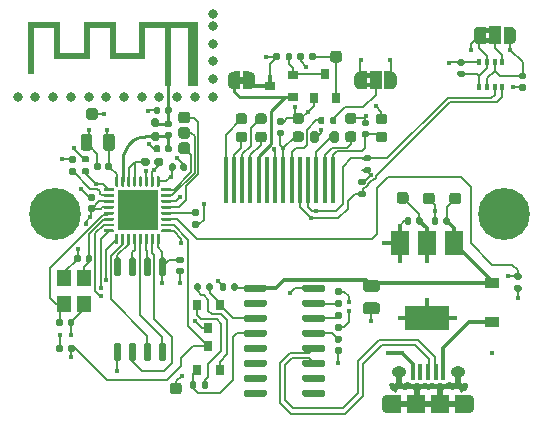
<source format=gbr>
%TF.GenerationSoftware,KiCad,Pcbnew,(5.1.7-0-10_14)*%
%TF.CreationDate,2020-11-27T19:57:41+01:00*%
%TF.ProjectId,AtmoNode,41746d6f-4e6f-4646-952e-6b696361645f,rev?*%
%TF.SameCoordinates,Original*%
%TF.FileFunction,Copper,L4,Bot*%
%TF.FilePolarity,Positive*%
%FSLAX46Y46*%
G04 Gerber Fmt 4.6, Leading zero omitted, Abs format (unit mm)*
G04 Created by KiCad (PCBNEW (5.1.7-0-10_14)) date 2020-11-27 19:57:41*
%MOMM*%
%LPD*%
G01*
G04 APERTURE LIST*
%TA.AperFunction,EtchedComponent*%
%ADD10C,0.100000*%
%TD*%
%TA.AperFunction,SMDPad,CuDef*%
%ADD11R,0.350000X0.500000*%
%TD*%
%TA.AperFunction,SMDPad,CuDef*%
%ADD12C,0.100000*%
%TD*%
%TA.AperFunction,SMDPad,CuDef*%
%ADD13R,1.000000X1.500000*%
%TD*%
%TA.AperFunction,SMDPad,CuDef*%
%ADD14R,0.800000X0.900000*%
%TD*%
%TA.AperFunction,SMDPad,CuDef*%
%ADD15R,0.350000X4.000000*%
%TD*%
%TA.AperFunction,ComponentPad*%
%ADD16C,4.400000*%
%TD*%
%TA.AperFunction,ComponentPad*%
%ADD17C,0.700000*%
%TD*%
%TA.AperFunction,ConnectorPad*%
%ADD18R,0.500000X0.500000*%
%TD*%
%TA.AperFunction,ComponentPad*%
%ADD19R,0.900000X0.500000*%
%TD*%
%TA.AperFunction,SMDPad,CuDef*%
%ADD20R,1.200000X1.400000*%
%TD*%
%TA.AperFunction,SMDPad,CuDef*%
%ADD21R,0.900000X0.800000*%
%TD*%
%TA.AperFunction,SMDPad,CuDef*%
%ADD22R,3.450000X3.450000*%
%TD*%
%TA.AperFunction,SMDPad,CuDef*%
%ADD23R,1.500000X2.000000*%
%TD*%
%TA.AperFunction,SMDPad,CuDef*%
%ADD24R,3.800000X2.000000*%
%TD*%
%TA.AperFunction,ComponentPad*%
%ADD25O,0.890000X1.550000*%
%TD*%
%TA.AperFunction,SMDPad,CuDef*%
%ADD26R,1.200000X1.550000*%
%TD*%
%TA.AperFunction,SMDPad,CuDef*%
%ADD27R,1.500000X1.550000*%
%TD*%
%TA.AperFunction,ComponentPad*%
%ADD28O,1.250000X0.950000*%
%TD*%
%TA.AperFunction,SMDPad,CuDef*%
%ADD29R,0.400000X1.350000*%
%TD*%
%TA.AperFunction,SMDPad,CuDef*%
%ADD30R,1.200000X0.900000*%
%TD*%
%TA.AperFunction,ViaPad*%
%ADD31C,0.800000*%
%TD*%
%TA.AperFunction,ViaPad*%
%ADD32C,0.450000*%
%TD*%
%TA.AperFunction,Conductor*%
%ADD33C,0.127000*%
%TD*%
%TA.AperFunction,Conductor*%
%ADD34C,0.293370*%
%TD*%
%TA.AperFunction,Conductor*%
%ADD35C,0.265000*%
%TD*%
%TA.AperFunction,Conductor*%
%ADD36C,0.330000*%
%TD*%
%TA.AperFunction,Conductor*%
%ADD37C,0.330200*%
%TD*%
%TA.AperFunction,Conductor*%
%ADD38C,0.250000*%
%TD*%
%TA.AperFunction,Conductor*%
%ADD39C,0.200000*%
%TD*%
%TA.AperFunction,Conductor*%
%ADD40C,0.254000*%
%TD*%
%TA.AperFunction,Conductor*%
%ADD41C,0.100000*%
%TD*%
G04 APERTURE END LIST*
D10*
%TO.C,JP3*%
G36*
X147350000Y-94500000D02*
G01*
X147850000Y-94500000D01*
X147850000Y-94100000D01*
X147350000Y-94100000D01*
X147350000Y-94500000D01*
G37*
G36*
X147350000Y-93700000D02*
G01*
X147850000Y-93700000D01*
X147850000Y-93300000D01*
X147350000Y-93300000D01*
X147350000Y-93700000D01*
G37*
%TO.C,AE1*%
G36*
X118150000Y-95390000D02*
G01*
X116150000Y-95390000D01*
X116150000Y-92750000D01*
X113450000Y-92750000D01*
X113450000Y-95390000D01*
X111450000Y-95390000D01*
X111450000Y-92750000D01*
X108750000Y-92750000D01*
X108750000Y-97190000D01*
X109250000Y-97190000D01*
X109250000Y-93250000D01*
X110950000Y-93250000D01*
X110950000Y-95890000D01*
X113950000Y-95890000D01*
X113950000Y-93250000D01*
X115650000Y-93250000D01*
X115650000Y-95890000D01*
X118650000Y-95890000D01*
X118650000Y-93250000D01*
X120350000Y-93250000D01*
X120350000Y-98150000D01*
X120850000Y-98150000D01*
X120850000Y-93250000D01*
X122250000Y-93250000D01*
X122250000Y-98150000D01*
X123150000Y-98150000D01*
X123150000Y-97906785D01*
X122847583Y-97906785D01*
X122837742Y-97954395D01*
X122813674Y-97996797D01*
X122775731Y-98029581D01*
X122767819Y-98033935D01*
X122725156Y-98046043D01*
X122676637Y-98045300D01*
X122631122Y-98032400D01*
X122612511Y-98021787D01*
X122578868Y-97986553D01*
X122558309Y-97941368D01*
X122551778Y-97891842D01*
X122560218Y-97843583D01*
X122577112Y-97811357D01*
X122612372Y-97778687D01*
X122657682Y-97758592D01*
X122707267Y-97752018D01*
X122755353Y-97759908D01*
X122788245Y-97776814D01*
X122823185Y-97813584D01*
X122842847Y-97858378D01*
X122847583Y-97906785D01*
X123150000Y-97906785D01*
X123150000Y-92750000D01*
X118150000Y-92750000D01*
X118150000Y-95390000D01*
G37*
%TO.C,JP2*%
G36*
X126550000Y-97400000D02*
G01*
X127050000Y-97400000D01*
X127050000Y-98000000D01*
X126550000Y-98000000D01*
X126550000Y-97400000D01*
G37*
%TO.C,JP1*%
G36*
X137250000Y-97500000D02*
G01*
X137750000Y-97500000D01*
X137750000Y-97100000D01*
X137250000Y-97100000D01*
X137250000Y-97500000D01*
G37*
G36*
X137250000Y-98300000D02*
G01*
X137750000Y-98300000D01*
X137750000Y-97900000D01*
X137250000Y-97900000D01*
X137250000Y-98300000D01*
G37*
%TD*%
%TO.P,R12,2*%
%TO.N,Net-(J2-Pad12)*%
%TA.AperFunction,SMDPad,CuDef*%
G36*
G01*
X134250000Y-102775000D02*
X134250000Y-102225000D01*
G75*
G02*
X134450000Y-102025000I200000J0D01*
G01*
X134850000Y-102025000D01*
G75*
G02*
X135050000Y-102225000I0J-200000D01*
G01*
X135050000Y-102775000D01*
G75*
G02*
X134850000Y-102975000I-200000J0D01*
G01*
X134450000Y-102975000D01*
G75*
G02*
X134250000Y-102775000I0J200000D01*
G01*
G37*
%TD.AperFunction*%
%TO.P,R12,1*%
%TO.N,GND*%
%TA.AperFunction,SMDPad,CuDef*%
G36*
G01*
X132600000Y-102775000D02*
X132600000Y-102225000D01*
G75*
G02*
X132800000Y-102025000I200000J0D01*
G01*
X133200000Y-102025000D01*
G75*
G02*
X133400000Y-102225000I0J-200000D01*
G01*
X133400000Y-102775000D01*
G75*
G02*
X133200000Y-102975000I-200000J0D01*
G01*
X132800000Y-102975000D01*
G75*
G02*
X132600000Y-102775000I0J200000D01*
G01*
G37*
%TD.AperFunction*%
%TD*%
%TO.P,C4,2*%
%TO.N,GND*%
%TA.AperFunction,SMDPad,CuDef*%
G36*
G01*
X137325000Y-116500000D02*
X138275000Y-116500000D01*
G75*
G02*
X138525000Y-116750000I0J-250000D01*
G01*
X138525000Y-117250000D01*
G75*
G02*
X138275000Y-117500000I-250000J0D01*
G01*
X137325000Y-117500000D01*
G75*
G02*
X137075000Y-117250000I0J250000D01*
G01*
X137075000Y-116750000D01*
G75*
G02*
X137325000Y-116500000I250000J0D01*
G01*
G37*
%TD.AperFunction*%
%TO.P,C4,1*%
%TO.N,+5V*%
%TA.AperFunction,SMDPad,CuDef*%
G36*
G01*
X137325000Y-114600000D02*
X138275000Y-114600000D01*
G75*
G02*
X138525000Y-114850000I0J-250000D01*
G01*
X138525000Y-115350000D01*
G75*
G02*
X138275000Y-115600000I-250000J0D01*
G01*
X137325000Y-115600000D01*
G75*
G02*
X137075000Y-115350000I0J250000D01*
G01*
X137075000Y-114850000D01*
G75*
G02*
X137325000Y-114600000I250000J0D01*
G01*
G37*
%TD.AperFunction*%
%TD*%
%TO.P,C14,2*%
%TO.N,GND*%
%TA.AperFunction,SMDPad,CuDef*%
G36*
G01*
X114175000Y-102475000D02*
X114175000Y-103425000D01*
G75*
G02*
X113925000Y-103675000I-250000J0D01*
G01*
X113425000Y-103675000D01*
G75*
G02*
X113175000Y-103425000I0J250000D01*
G01*
X113175000Y-102475000D01*
G75*
G02*
X113425000Y-102225000I250000J0D01*
G01*
X113925000Y-102225000D01*
G75*
G02*
X114175000Y-102475000I0J-250000D01*
G01*
G37*
%TD.AperFunction*%
%TO.P,C14,1*%
%TO.N,+3V3*%
%TA.AperFunction,SMDPad,CuDef*%
G36*
G01*
X116075000Y-102475000D02*
X116075000Y-103425000D01*
G75*
G02*
X115825000Y-103675000I-250000J0D01*
G01*
X115325000Y-103675000D01*
G75*
G02*
X115075000Y-103425000I0J250000D01*
G01*
X115075000Y-102475000D01*
G75*
G02*
X115325000Y-102225000I250000J0D01*
G01*
X115825000Y-102225000D01*
G75*
G02*
X116075000Y-102475000I0J-250000D01*
G01*
G37*
%TD.AperFunction*%
%TD*%
%TO.P,L1,2*%
%TO.N,Net-(C7-Pad2)*%
%TA.AperFunction,SMDPad,CuDef*%
G36*
G01*
X119340000Y-102062500D02*
X119660000Y-102062500D01*
G75*
G02*
X119820000Y-102222500I0J-160000D01*
G01*
X119820000Y-102667500D01*
G75*
G02*
X119660000Y-102827500I-160000J0D01*
G01*
X119340000Y-102827500D01*
G75*
G02*
X119180000Y-102667500I0J160000D01*
G01*
X119180000Y-102222500D01*
G75*
G02*
X119340000Y-102062500I160000J0D01*
G01*
G37*
%TD.AperFunction*%
%TO.P,L1,1*%
%TO.N,Net-(AE1-Pad1)*%
%TA.AperFunction,SMDPad,CuDef*%
G36*
G01*
X119340000Y-100917500D02*
X119660000Y-100917500D01*
G75*
G02*
X119820000Y-101077500I0J-160000D01*
G01*
X119820000Y-101522500D01*
G75*
G02*
X119660000Y-101682500I-160000J0D01*
G01*
X119340000Y-101682500D01*
G75*
G02*
X119180000Y-101522500I0J160000D01*
G01*
X119180000Y-101077500D01*
G75*
G02*
X119340000Y-100917500I160000J0D01*
G01*
G37*
%TD.AperFunction*%
%TD*%
%TO.P,TP5,1*%
%TO.N,Net-(TP5-Pad1)*%
%TA.AperFunction,SMDPad,CuDef*%
G36*
G01*
X121700000Y-102950000D02*
X122200000Y-102950000D01*
G75*
G02*
X122450000Y-103200000I0J-250000D01*
G01*
X122450000Y-103700000D01*
G75*
G02*
X122200000Y-103950000I-250000J0D01*
G01*
X121700000Y-103950000D01*
G75*
G02*
X121450000Y-103700000I0J250000D01*
G01*
X121450000Y-103200000D01*
G75*
G02*
X121700000Y-102950000I250000J0D01*
G01*
G37*
%TD.AperFunction*%
%TD*%
D11*
%TO.P,U5,5*%
%TO.N,Net-(JP3-Pad2)*%
X148875000Y-96175000D03*
%TO.P,U5,6*%
%TO.N,+3V3*%
X148225000Y-96175000D03*
%TO.P,U5,7*%
%TO.N,GND*%
X147575000Y-96175000D03*
%TO.P,U5,8*%
%TO.N,+3V3*%
X146925000Y-96175000D03*
%TO.P,U5,1*%
%TO.N,GND*%
X146925000Y-98225000D03*
%TO.P,U5,2*%
%TO.N,+3V3*%
X147575000Y-98225000D03*
%TO.P,U5,3*%
%TO.N,SDA*%
X148225000Y-98225000D03*
%TO.P,U5,4*%
%TO.N,SCL*%
X148875000Y-98225000D03*
%TD*%
%TO.P,R11,2*%
%TO.N,+3V3*%
%TA.AperFunction,SMDPad,CuDef*%
G36*
G01*
X137265000Y-105040000D02*
X137635000Y-105040000D01*
G75*
G02*
X137770000Y-105175000I0J-135000D01*
G01*
X137770000Y-105445000D01*
G75*
G02*
X137635000Y-105580000I-135000J0D01*
G01*
X137265000Y-105580000D01*
G75*
G02*
X137130000Y-105445000I0J135000D01*
G01*
X137130000Y-105175000D01*
G75*
G02*
X137265000Y-105040000I135000J0D01*
G01*
G37*
%TD.AperFunction*%
%TO.P,R11,1*%
%TO.N,SDA*%
%TA.AperFunction,SMDPad,CuDef*%
G36*
G01*
X137265000Y-104020000D02*
X137635000Y-104020000D01*
G75*
G02*
X137770000Y-104155000I0J-135000D01*
G01*
X137770000Y-104425000D01*
G75*
G02*
X137635000Y-104560000I-135000J0D01*
G01*
X137265000Y-104560000D01*
G75*
G02*
X137130000Y-104425000I0J135000D01*
G01*
X137130000Y-104155000D01*
G75*
G02*
X137265000Y-104020000I135000J0D01*
G01*
G37*
%TD.AperFunction*%
%TD*%
%TO.P,R10,2*%
%TO.N,+3V3*%
%TA.AperFunction,SMDPad,CuDef*%
G36*
G01*
X137185000Y-106560000D02*
X136815000Y-106560000D01*
G75*
G02*
X136680000Y-106425000I0J135000D01*
G01*
X136680000Y-106155000D01*
G75*
G02*
X136815000Y-106020000I135000J0D01*
G01*
X137185000Y-106020000D01*
G75*
G02*
X137320000Y-106155000I0J-135000D01*
G01*
X137320000Y-106425000D01*
G75*
G02*
X137185000Y-106560000I-135000J0D01*
G01*
G37*
%TD.AperFunction*%
%TO.P,R10,1*%
%TO.N,SCL*%
%TA.AperFunction,SMDPad,CuDef*%
G36*
G01*
X137185000Y-107580000D02*
X136815000Y-107580000D01*
G75*
G02*
X136680000Y-107445000I0J135000D01*
G01*
X136680000Y-107175000D01*
G75*
G02*
X136815000Y-107040000I135000J0D01*
G01*
X137185000Y-107040000D01*
G75*
G02*
X137320000Y-107175000I0J-135000D01*
G01*
X137320000Y-107445000D01*
G75*
G02*
X137185000Y-107580000I-135000J0D01*
G01*
G37*
%TD.AperFunction*%
%TD*%
%TO.P,C24,2*%
%TO.N,GND*%
%TA.AperFunction,SMDPad,CuDef*%
G36*
G01*
X150430000Y-98020000D02*
X150770000Y-98020000D01*
G75*
G02*
X150910000Y-98160000I0J-140000D01*
G01*
X150910000Y-98440000D01*
G75*
G02*
X150770000Y-98580000I-140000J0D01*
G01*
X150430000Y-98580000D01*
G75*
G02*
X150290000Y-98440000I0J140000D01*
G01*
X150290000Y-98160000D01*
G75*
G02*
X150430000Y-98020000I140000J0D01*
G01*
G37*
%TD.AperFunction*%
%TO.P,C24,1*%
%TO.N,+3V3*%
%TA.AperFunction,SMDPad,CuDef*%
G36*
G01*
X150430000Y-97060000D02*
X150770000Y-97060000D01*
G75*
G02*
X150910000Y-97200000I0J-140000D01*
G01*
X150910000Y-97480000D01*
G75*
G02*
X150770000Y-97620000I-140000J0D01*
G01*
X150430000Y-97620000D01*
G75*
G02*
X150290000Y-97480000I0J140000D01*
G01*
X150290000Y-97200000D01*
G75*
G02*
X150430000Y-97060000I140000J0D01*
G01*
G37*
%TD.AperFunction*%
%TD*%
%TA.AperFunction,SMDPad,CuDef*%
D12*
%TO.P,JP3,1*%
%TO.N,GND*%
G36*
X147500000Y-94650000D02*
G01*
X146950000Y-94650000D01*
X146950000Y-94649398D01*
X146925466Y-94649398D01*
X146876635Y-94644588D01*
X146828510Y-94635016D01*
X146781555Y-94620772D01*
X146736222Y-94601995D01*
X146692949Y-94578864D01*
X146652150Y-94551604D01*
X146614221Y-94520476D01*
X146579524Y-94485779D01*
X146548396Y-94447850D01*
X146521136Y-94407051D01*
X146498005Y-94363778D01*
X146479228Y-94318445D01*
X146464984Y-94271490D01*
X146455412Y-94223365D01*
X146450602Y-94174534D01*
X146450602Y-94150000D01*
X146450000Y-94150000D01*
X146450000Y-93650000D01*
X146450602Y-93650000D01*
X146450602Y-93625466D01*
X146455412Y-93576635D01*
X146464984Y-93528510D01*
X146479228Y-93481555D01*
X146498005Y-93436222D01*
X146521136Y-93392949D01*
X146548396Y-93352150D01*
X146579524Y-93314221D01*
X146614221Y-93279524D01*
X146652150Y-93248396D01*
X146692949Y-93221136D01*
X146736222Y-93198005D01*
X146781555Y-93179228D01*
X146828510Y-93164984D01*
X146876635Y-93155412D01*
X146925466Y-93150602D01*
X146950000Y-93150602D01*
X146950000Y-93150000D01*
X147500000Y-93150000D01*
X147500000Y-94650000D01*
G37*
%TD.AperFunction*%
D13*
%TO.P,JP3,2*%
%TO.N,Net-(JP3-Pad2)*%
X148250000Y-93900000D03*
%TA.AperFunction,SMDPad,CuDef*%
D12*
%TO.P,JP3,3*%
%TO.N,+3V3*%
G36*
X149550000Y-93150602D02*
G01*
X149574534Y-93150602D01*
X149623365Y-93155412D01*
X149671490Y-93164984D01*
X149718445Y-93179228D01*
X149763778Y-93198005D01*
X149807051Y-93221136D01*
X149847850Y-93248396D01*
X149885779Y-93279524D01*
X149920476Y-93314221D01*
X149951604Y-93352150D01*
X149978864Y-93392949D01*
X150001995Y-93436222D01*
X150020772Y-93481555D01*
X150035016Y-93528510D01*
X150044588Y-93576635D01*
X150049398Y-93625466D01*
X150049398Y-93650000D01*
X150050000Y-93650000D01*
X150050000Y-94150000D01*
X150049398Y-94150000D01*
X150049398Y-94174534D01*
X150044588Y-94223365D01*
X150035016Y-94271490D01*
X150020772Y-94318445D01*
X150001995Y-94363778D01*
X149978864Y-94407051D01*
X149951604Y-94447850D01*
X149920476Y-94485779D01*
X149885779Y-94520476D01*
X149847850Y-94551604D01*
X149807051Y-94578864D01*
X149763778Y-94601995D01*
X149718445Y-94620772D01*
X149671490Y-94635016D01*
X149623365Y-94644588D01*
X149574534Y-94649398D01*
X149550000Y-94649398D01*
X149550000Y-94650000D01*
X149000000Y-94650000D01*
X149000000Y-93150000D01*
X149550000Y-93150000D01*
X149550000Y-93150602D01*
G37*
%TD.AperFunction*%
%TD*%
%TO.P,C20,2*%
%TO.N,Net-(C20-Pad2)*%
%TA.AperFunction,SMDPad,CuDef*%
G36*
G01*
X126550000Y-102050000D02*
X127050000Y-102050000D01*
G75*
G02*
X127275000Y-102275000I0J-225000D01*
G01*
X127275000Y-102725000D01*
G75*
G02*
X127050000Y-102950000I-225000J0D01*
G01*
X126550000Y-102950000D01*
G75*
G02*
X126325000Y-102725000I0J225000D01*
G01*
X126325000Y-102275000D01*
G75*
G02*
X126550000Y-102050000I225000J0D01*
G01*
G37*
%TD.AperFunction*%
%TO.P,C20,1*%
%TO.N,Net-(C20-Pad1)*%
%TA.AperFunction,SMDPad,CuDef*%
G36*
G01*
X126550000Y-100500000D02*
X127050000Y-100500000D01*
G75*
G02*
X127275000Y-100725000I0J-225000D01*
G01*
X127275000Y-101175000D01*
G75*
G02*
X127050000Y-101400000I-225000J0D01*
G01*
X126550000Y-101400000D01*
G75*
G02*
X126325000Y-101175000I0J225000D01*
G01*
X126325000Y-100725000D01*
G75*
G02*
X126550000Y-100500000I225000J0D01*
G01*
G37*
%TD.AperFunction*%
%TD*%
%TO.P,L2,2*%
%TO.N,Net-(L2-Pad2)*%
%TA.AperFunction,SMDPad,CuDef*%
G36*
G01*
X119037500Y-104440000D02*
X119037500Y-104760000D01*
G75*
G02*
X118877500Y-104920000I-160000J0D01*
G01*
X118432500Y-104920000D01*
G75*
G02*
X118272500Y-104760000I0J160000D01*
G01*
X118272500Y-104440000D01*
G75*
G02*
X118432500Y-104280000I160000J0D01*
G01*
X118877500Y-104280000D01*
G75*
G02*
X119037500Y-104440000I0J-160000D01*
G01*
G37*
%TD.AperFunction*%
%TO.P,L2,1*%
%TO.N,+3V3*%
%TA.AperFunction,SMDPad,CuDef*%
G36*
G01*
X120182500Y-104440000D02*
X120182500Y-104760000D01*
G75*
G02*
X120022500Y-104920000I-160000J0D01*
G01*
X119577500Y-104920000D01*
G75*
G02*
X119417500Y-104760000I0J160000D01*
G01*
X119417500Y-104440000D01*
G75*
G02*
X119577500Y-104280000I160000J0D01*
G01*
X120022500Y-104280000D01*
G75*
G02*
X120182500Y-104440000I0J-160000D01*
G01*
G37*
%TD.AperFunction*%
%TD*%
%TO.P,TP9,1*%
%TO.N,RESET*%
%TA.AperFunction,SMDPad,CuDef*%
G36*
G01*
X120750000Y-124050000D02*
X120750000Y-123550000D01*
G75*
G02*
X121000000Y-123300000I250000J0D01*
G01*
X121500000Y-123300000D01*
G75*
G02*
X121750000Y-123550000I0J-250000D01*
G01*
X121750000Y-124050000D01*
G75*
G02*
X121500000Y-124300000I-250000J0D01*
G01*
X121000000Y-124300000D01*
G75*
G02*
X120750000Y-124050000I0J250000D01*
G01*
G37*
%TD.AperFunction*%
%TD*%
%TO.P,TP8,1*%
%TO.N,Net-(Q3-Pad1)*%
%TA.AperFunction,SMDPad,CuDef*%
G36*
G01*
X134300000Y-95950000D02*
X134300000Y-95450000D01*
G75*
G02*
X134550000Y-95200000I250000J0D01*
G01*
X135050000Y-95200000D01*
G75*
G02*
X135300000Y-95450000I0J-250000D01*
G01*
X135300000Y-95950000D01*
G75*
G02*
X135050000Y-96200000I-250000J0D01*
G01*
X134550000Y-96200000D01*
G75*
G02*
X134300000Y-95950000I0J250000D01*
G01*
G37*
%TD.AperFunction*%
%TD*%
%TO.P,TP7,1*%
%TO.N,Net-(TP7-Pad1)*%
%TA.AperFunction,SMDPad,CuDef*%
G36*
G01*
X113900000Y-100050000D02*
X114400000Y-100050000D01*
G75*
G02*
X114650000Y-100300000I0J-250000D01*
G01*
X114650000Y-100800000D01*
G75*
G02*
X114400000Y-101050000I-250000J0D01*
G01*
X113900000Y-101050000D01*
G75*
G02*
X113650000Y-100800000I0J250000D01*
G01*
X113650000Y-100300000D01*
G75*
G02*
X113900000Y-100050000I250000J0D01*
G01*
G37*
%TD.AperFunction*%
%TD*%
%TO.P,TP6,1*%
%TO.N,Net-(TP6-Pad1)*%
%TA.AperFunction,SMDPad,CuDef*%
G36*
G01*
X121700000Y-101650000D02*
X122200000Y-101650000D01*
G75*
G02*
X122450000Y-101900000I0J-250000D01*
G01*
X122450000Y-102400000D01*
G75*
G02*
X122200000Y-102650000I-250000J0D01*
G01*
X121700000Y-102650000D01*
G75*
G02*
X121450000Y-102400000I0J250000D01*
G01*
X121450000Y-101900000D01*
G75*
G02*
X121700000Y-101650000I250000J0D01*
G01*
G37*
%TD.AperFunction*%
%TD*%
%TO.P,TP4,1*%
%TO.N,Net-(TP4-Pad1)*%
%TA.AperFunction,SMDPad,CuDef*%
G36*
G01*
X121700000Y-100350000D02*
X122200000Y-100350000D01*
G75*
G02*
X122450000Y-100600000I0J-250000D01*
G01*
X122450000Y-101100000D01*
G75*
G02*
X122200000Y-101350000I-250000J0D01*
G01*
X121700000Y-101350000D01*
G75*
G02*
X121450000Y-101100000I0J250000D01*
G01*
X121450000Y-100600000D01*
G75*
G02*
X121700000Y-100350000I250000J0D01*
G01*
G37*
%TD.AperFunction*%
%TD*%
%TO.P,TP3,1*%
%TO.N,+3V3*%
%TA.AperFunction,SMDPad,CuDef*%
G36*
G01*
X140200000Y-107150000D02*
X140700000Y-107150000D01*
G75*
G02*
X140950000Y-107400000I0J-250000D01*
G01*
X140950000Y-107900000D01*
G75*
G02*
X140700000Y-108150000I-250000J0D01*
G01*
X140200000Y-108150000D01*
G75*
G02*
X139950000Y-107900000I0J250000D01*
G01*
X139950000Y-107400000D01*
G75*
G02*
X140200000Y-107150000I250000J0D01*
G01*
G37*
%TD.AperFunction*%
%TD*%
%TO.P,TP2,1*%
%TO.N,GND*%
%TA.AperFunction,SMDPad,CuDef*%
G36*
G01*
X142400000Y-107200000D02*
X142900000Y-107200000D01*
G75*
G02*
X143150000Y-107450000I0J-250000D01*
G01*
X143150000Y-107950000D01*
G75*
G02*
X142900000Y-108200000I-250000J0D01*
G01*
X142400000Y-108200000D01*
G75*
G02*
X142150000Y-107950000I0J250000D01*
G01*
X142150000Y-107450000D01*
G75*
G02*
X142400000Y-107200000I250000J0D01*
G01*
G37*
%TD.AperFunction*%
%TD*%
%TO.P,TP1,1*%
%TO.N,+5V*%
%TA.AperFunction,SMDPad,CuDef*%
G36*
G01*
X144650000Y-107200000D02*
X145150000Y-107200000D01*
G75*
G02*
X145400000Y-107450000I0J-250000D01*
G01*
X145400000Y-107950000D01*
G75*
G02*
X145150000Y-108200000I-250000J0D01*
G01*
X144650000Y-108200000D01*
G75*
G02*
X144400000Y-107950000I0J250000D01*
G01*
X144400000Y-107450000D01*
G75*
G02*
X144650000Y-107200000I250000J0D01*
G01*
G37*
%TD.AperFunction*%
%TD*%
D14*
%TO.P,Q2,3*%
%TO.N,GPIO0*%
X124000000Y-120200000D03*
%TO.P,Q2,2*%
%TO.N,Net-(Q2-Pad2)*%
X123050000Y-122200000D03*
%TO.P,Q2,1*%
%TO.N,Net-(Q2-Pad1)*%
X124950000Y-122200000D03*
%TD*%
%TO.P,C15,2*%
%TO.N,GND*%
%TA.AperFunction,SMDPad,CuDef*%
G36*
G01*
X121430000Y-113580000D02*
X121770000Y-113580000D01*
G75*
G02*
X121910000Y-113720000I0J-140000D01*
G01*
X121910000Y-114000000D01*
G75*
G02*
X121770000Y-114140000I-140000J0D01*
G01*
X121430000Y-114140000D01*
G75*
G02*
X121290000Y-114000000I0J140000D01*
G01*
X121290000Y-113720000D01*
G75*
G02*
X121430000Y-113580000I140000J0D01*
G01*
G37*
%TD.AperFunction*%
%TO.P,C15,1*%
%TO.N,+3V3*%
%TA.AperFunction,SMDPad,CuDef*%
G36*
G01*
X121430000Y-112620000D02*
X121770000Y-112620000D01*
G75*
G02*
X121910000Y-112760000I0J-140000D01*
G01*
X121910000Y-113040000D01*
G75*
G02*
X121770000Y-113180000I-140000J0D01*
G01*
X121430000Y-113180000D01*
G75*
G02*
X121290000Y-113040000I0J140000D01*
G01*
X121290000Y-112760000D01*
G75*
G02*
X121430000Y-112620000I140000J0D01*
G01*
G37*
%TD.AperFunction*%
%TD*%
%TO.P,R14,2*%
%TO.N,GND*%
%TA.AperFunction,SMDPad,CuDef*%
G36*
G01*
X132070000Y-95515000D02*
X132070000Y-95885000D01*
G75*
G02*
X131935000Y-96020000I-135000J0D01*
G01*
X131665000Y-96020000D01*
G75*
G02*
X131530000Y-95885000I0J135000D01*
G01*
X131530000Y-95515000D01*
G75*
G02*
X131665000Y-95380000I135000J0D01*
G01*
X131935000Y-95380000D01*
G75*
G02*
X132070000Y-95515000I0J-135000D01*
G01*
G37*
%TD.AperFunction*%
%TO.P,R14,1*%
%TO.N,Net-(Q3-Pad1)*%
%TA.AperFunction,SMDPad,CuDef*%
G36*
G01*
X133090000Y-95515000D02*
X133090000Y-95885000D01*
G75*
G02*
X132955000Y-96020000I-135000J0D01*
G01*
X132685000Y-96020000D01*
G75*
G02*
X132550000Y-95885000I0J135000D01*
G01*
X132550000Y-95515000D01*
G75*
G02*
X132685000Y-95380000I135000J0D01*
G01*
X132955000Y-95380000D01*
G75*
G02*
X133090000Y-95515000I0J-135000D01*
G01*
G37*
%TD.AperFunction*%
%TD*%
D15*
%TO.P,J2,14*%
%TO.N,Net-(C18-Pad2)*%
X134550000Y-106100000D03*
%TO.P,J2,13*%
%TO.N,Net-(C17-Pad2)*%
X133850000Y-106100000D03*
%TO.P,J2,12*%
%TO.N,Net-(J2-Pad12)*%
X133150000Y-106100000D03*
%TO.P,J2,11*%
%TO.N,SDA*%
X132450000Y-106100000D03*
%TO.P,J2,10*%
%TO.N,SCL*%
X131750000Y-106100000D03*
%TO.P,J2,9*%
%TO.N,Net-(J2-Pad9)*%
X131050000Y-106100000D03*
%TO.P,J2,8*%
%TO.N,+3V3*%
X130350000Y-106100000D03*
%TO.P,J2,7*%
%TO.N,GND*%
X129650000Y-106100000D03*
%TO.P,J2,6*%
%TO.N,Net-(J2-Pad6)*%
X128950000Y-106100000D03*
%TO.P,J2,5*%
%TO.N,/VBAT*%
X128250000Y-106100000D03*
%TO.P,J2,4*%
%TO.N,Net-(C21-Pad2)*%
X127550000Y-106100000D03*
%TO.P,J2,3*%
%TO.N,Net-(C21-Pad1)*%
X126850000Y-106100000D03*
%TO.P,J2,2*%
%TO.N,Net-(C20-Pad2)*%
X126150000Y-106100000D03*
%TO.P,J2,1*%
%TO.N,Net-(C20-Pad1)*%
X125450000Y-106100000D03*
%TD*%
%TO.P,R3,1*%
%TO.N,Net-(Q1-Pad1)*%
%TA.AperFunction,SMDPad,CuDef*%
G36*
G01*
X123970000Y-123315000D02*
X123970000Y-123685000D01*
G75*
G02*
X123835000Y-123820000I-135000J0D01*
G01*
X123565000Y-123820000D01*
G75*
G02*
X123430000Y-123685000I0J135000D01*
G01*
X123430000Y-123315000D01*
G75*
G02*
X123565000Y-123180000I135000J0D01*
G01*
X123835000Y-123180000D01*
G75*
G02*
X123970000Y-123315000I0J-135000D01*
G01*
G37*
%TD.AperFunction*%
%TO.P,R3,2*%
%TO.N,Net-(Q2-Pad2)*%
%TA.AperFunction,SMDPad,CuDef*%
G36*
G01*
X122950000Y-123315000D02*
X122950000Y-123685000D01*
G75*
G02*
X122815000Y-123820000I-135000J0D01*
G01*
X122545000Y-123820000D01*
G75*
G02*
X122410000Y-123685000I0J135000D01*
G01*
X122410000Y-123315000D01*
G75*
G02*
X122545000Y-123180000I135000J0D01*
G01*
X122815000Y-123180000D01*
G75*
G02*
X122950000Y-123315000I0J-135000D01*
G01*
G37*
%TD.AperFunction*%
%TD*%
D14*
%TO.P,Q1,3*%
%TO.N,RESET*%
X124000000Y-118700000D03*
%TO.P,Q1,2*%
%TO.N,Net-(Q1-Pad2)*%
X124950000Y-116700000D03*
%TO.P,Q1,1*%
%TO.N,Net-(Q1-Pad1)*%
X123050000Y-116700000D03*
%TD*%
%TO.P,U2,16*%
%TO.N,+5V*%
%TA.AperFunction,SMDPad,CuDef*%
G36*
G01*
X128960000Y-115155000D02*
X128960000Y-115455000D01*
G75*
G02*
X128810000Y-115605000I-150000J0D01*
G01*
X127160000Y-115605000D01*
G75*
G02*
X127010000Y-115455000I0J150000D01*
G01*
X127010000Y-115155000D01*
G75*
G02*
X127160000Y-115005000I150000J0D01*
G01*
X128810000Y-115005000D01*
G75*
G02*
X128960000Y-115155000I0J-150000D01*
G01*
G37*
%TD.AperFunction*%
%TO.P,U2,15*%
%TO.N,Net-(U2-Pad15)*%
%TA.AperFunction,SMDPad,CuDef*%
G36*
G01*
X128960000Y-116425000D02*
X128960000Y-116725000D01*
G75*
G02*
X128810000Y-116875000I-150000J0D01*
G01*
X127160000Y-116875000D01*
G75*
G02*
X127010000Y-116725000I0J150000D01*
G01*
X127010000Y-116425000D01*
G75*
G02*
X127160000Y-116275000I150000J0D01*
G01*
X128810000Y-116275000D01*
G75*
G02*
X128960000Y-116425000I0J-150000D01*
G01*
G37*
%TD.AperFunction*%
%TO.P,U2,14*%
%TO.N,Net-(Q1-Pad2)*%
%TA.AperFunction,SMDPad,CuDef*%
G36*
G01*
X128960000Y-117695000D02*
X128960000Y-117995000D01*
G75*
G02*
X128810000Y-118145000I-150000J0D01*
G01*
X127160000Y-118145000D01*
G75*
G02*
X127010000Y-117995000I0J150000D01*
G01*
X127010000Y-117695000D01*
G75*
G02*
X127160000Y-117545000I150000J0D01*
G01*
X128810000Y-117545000D01*
G75*
G02*
X128960000Y-117695000I0J-150000D01*
G01*
G37*
%TD.AperFunction*%
%TO.P,U2,13*%
%TO.N,Net-(Q2-Pad2)*%
%TA.AperFunction,SMDPad,CuDef*%
G36*
G01*
X128960000Y-118965000D02*
X128960000Y-119265000D01*
G75*
G02*
X128810000Y-119415000I-150000J0D01*
G01*
X127160000Y-119415000D01*
G75*
G02*
X127010000Y-119265000I0J150000D01*
G01*
X127010000Y-118965000D01*
G75*
G02*
X127160000Y-118815000I150000J0D01*
G01*
X128810000Y-118815000D01*
G75*
G02*
X128960000Y-118965000I0J-150000D01*
G01*
G37*
%TD.AperFunction*%
%TO.P,U2,12*%
%TO.N,Net-(U2-Pad12)*%
%TA.AperFunction,SMDPad,CuDef*%
G36*
G01*
X128960000Y-120235000D02*
X128960000Y-120535000D01*
G75*
G02*
X128810000Y-120685000I-150000J0D01*
G01*
X127160000Y-120685000D01*
G75*
G02*
X127010000Y-120535000I0J150000D01*
G01*
X127010000Y-120235000D01*
G75*
G02*
X127160000Y-120085000I150000J0D01*
G01*
X128810000Y-120085000D01*
G75*
G02*
X128960000Y-120235000I0J-150000D01*
G01*
G37*
%TD.AperFunction*%
%TO.P,U2,11*%
%TO.N,Net-(U2-Pad11)*%
%TA.AperFunction,SMDPad,CuDef*%
G36*
G01*
X128960000Y-121505000D02*
X128960000Y-121805000D01*
G75*
G02*
X128810000Y-121955000I-150000J0D01*
G01*
X127160000Y-121955000D01*
G75*
G02*
X127010000Y-121805000I0J150000D01*
G01*
X127010000Y-121505000D01*
G75*
G02*
X127160000Y-121355000I150000J0D01*
G01*
X128810000Y-121355000D01*
G75*
G02*
X128960000Y-121505000I0J-150000D01*
G01*
G37*
%TD.AperFunction*%
%TO.P,U2,10*%
%TO.N,Net-(U2-Pad10)*%
%TA.AperFunction,SMDPad,CuDef*%
G36*
G01*
X128960000Y-122775000D02*
X128960000Y-123075000D01*
G75*
G02*
X128810000Y-123225000I-150000J0D01*
G01*
X127160000Y-123225000D01*
G75*
G02*
X127010000Y-123075000I0J150000D01*
G01*
X127010000Y-122775000D01*
G75*
G02*
X127160000Y-122625000I150000J0D01*
G01*
X128810000Y-122625000D01*
G75*
G02*
X128960000Y-122775000I0J-150000D01*
G01*
G37*
%TD.AperFunction*%
%TO.P,U2,9*%
%TO.N,Net-(U2-Pad9)*%
%TA.AperFunction,SMDPad,CuDef*%
G36*
G01*
X128960000Y-124045000D02*
X128960000Y-124345000D01*
G75*
G02*
X128810000Y-124495000I-150000J0D01*
G01*
X127160000Y-124495000D01*
G75*
G02*
X127010000Y-124345000I0J150000D01*
G01*
X127010000Y-124045000D01*
G75*
G02*
X127160000Y-123895000I150000J0D01*
G01*
X128810000Y-123895000D01*
G75*
G02*
X128960000Y-124045000I0J-150000D01*
G01*
G37*
%TD.AperFunction*%
%TO.P,U2,8*%
%TO.N,Net-(U2-Pad8)*%
%TA.AperFunction,SMDPad,CuDef*%
G36*
G01*
X133910000Y-124045000D02*
X133910000Y-124345000D01*
G75*
G02*
X133760000Y-124495000I-150000J0D01*
G01*
X132110000Y-124495000D01*
G75*
G02*
X131960000Y-124345000I0J150000D01*
G01*
X131960000Y-124045000D01*
G75*
G02*
X132110000Y-123895000I150000J0D01*
G01*
X133760000Y-123895000D01*
G75*
G02*
X133910000Y-124045000I0J-150000D01*
G01*
G37*
%TD.AperFunction*%
%TO.P,U2,7*%
%TO.N,Net-(U2-Pad7)*%
%TA.AperFunction,SMDPad,CuDef*%
G36*
G01*
X133910000Y-122775000D02*
X133910000Y-123075000D01*
G75*
G02*
X133760000Y-123225000I-150000J0D01*
G01*
X132110000Y-123225000D01*
G75*
G02*
X131960000Y-123075000I0J150000D01*
G01*
X131960000Y-122775000D01*
G75*
G02*
X132110000Y-122625000I150000J0D01*
G01*
X133760000Y-122625000D01*
G75*
G02*
X133910000Y-122775000I0J-150000D01*
G01*
G37*
%TD.AperFunction*%
%TO.P,U2,6*%
%TO.N,/D-*%
%TA.AperFunction,SMDPad,CuDef*%
G36*
G01*
X133910000Y-121505000D02*
X133910000Y-121805000D01*
G75*
G02*
X133760000Y-121955000I-150000J0D01*
G01*
X132110000Y-121955000D01*
G75*
G02*
X131960000Y-121805000I0J150000D01*
G01*
X131960000Y-121505000D01*
G75*
G02*
X132110000Y-121355000I150000J0D01*
G01*
X133760000Y-121355000D01*
G75*
G02*
X133910000Y-121505000I0J-150000D01*
G01*
G37*
%TD.AperFunction*%
%TO.P,U2,5*%
%TO.N,/D+*%
%TA.AperFunction,SMDPad,CuDef*%
G36*
G01*
X133910000Y-120235000D02*
X133910000Y-120535000D01*
G75*
G02*
X133760000Y-120685000I-150000J0D01*
G01*
X132110000Y-120685000D01*
G75*
G02*
X131960000Y-120535000I0J150000D01*
G01*
X131960000Y-120235000D01*
G75*
G02*
X132110000Y-120085000I150000J0D01*
G01*
X133760000Y-120085000D01*
G75*
G02*
X133910000Y-120235000I0J-150000D01*
G01*
G37*
%TD.AperFunction*%
%TO.P,U2,4*%
%TO.N,Net-(C3-Pad1)*%
%TA.AperFunction,SMDPad,CuDef*%
G36*
G01*
X133910000Y-118965000D02*
X133910000Y-119265000D01*
G75*
G02*
X133760000Y-119415000I-150000J0D01*
G01*
X132110000Y-119415000D01*
G75*
G02*
X131960000Y-119265000I0J150000D01*
G01*
X131960000Y-118965000D01*
G75*
G02*
X132110000Y-118815000I150000J0D01*
G01*
X133760000Y-118815000D01*
G75*
G02*
X133910000Y-118965000I0J-150000D01*
G01*
G37*
%TD.AperFunction*%
%TO.P,U2,3*%
%TO.N,Net-(R2-Pad2)*%
%TA.AperFunction,SMDPad,CuDef*%
G36*
G01*
X133910000Y-117695000D02*
X133910000Y-117995000D01*
G75*
G02*
X133760000Y-118145000I-150000J0D01*
G01*
X132110000Y-118145000D01*
G75*
G02*
X131960000Y-117995000I0J150000D01*
G01*
X131960000Y-117695000D01*
G75*
G02*
X132110000Y-117545000I150000J0D01*
G01*
X133760000Y-117545000D01*
G75*
G02*
X133910000Y-117695000I0J-150000D01*
G01*
G37*
%TD.AperFunction*%
%TO.P,U2,2*%
%TO.N,Net-(R1-Pad2)*%
%TA.AperFunction,SMDPad,CuDef*%
G36*
G01*
X133910000Y-116425000D02*
X133910000Y-116725000D01*
G75*
G02*
X133760000Y-116875000I-150000J0D01*
G01*
X132110000Y-116875000D01*
G75*
G02*
X131960000Y-116725000I0J150000D01*
G01*
X131960000Y-116425000D01*
G75*
G02*
X132110000Y-116275000I150000J0D01*
G01*
X133760000Y-116275000D01*
G75*
G02*
X133910000Y-116425000I0J-150000D01*
G01*
G37*
%TD.AperFunction*%
%TO.P,U2,1*%
%TO.N,GND*%
%TA.AperFunction,SMDPad,CuDef*%
G36*
G01*
X133910000Y-115155000D02*
X133910000Y-115455000D01*
G75*
G02*
X133760000Y-115605000I-150000J0D01*
G01*
X132110000Y-115605000D01*
G75*
G02*
X131960000Y-115455000I0J150000D01*
G01*
X131960000Y-115155000D01*
G75*
G02*
X132110000Y-115005000I150000J0D01*
G01*
X133760000Y-115005000D01*
G75*
G02*
X133910000Y-115155000I0J-150000D01*
G01*
G37*
%TD.AperFunction*%
%TD*%
%TO.P,R9,2*%
%TO.N,Net-(R9-Pad2)*%
%TA.AperFunction,SMDPad,CuDef*%
G36*
G01*
X123085000Y-109150000D02*
X122715000Y-109150000D01*
G75*
G02*
X122580000Y-109015000I0J135000D01*
G01*
X122580000Y-108745000D01*
G75*
G02*
X122715000Y-108610000I135000J0D01*
G01*
X123085000Y-108610000D01*
G75*
G02*
X123220000Y-108745000I0J-135000D01*
G01*
X123220000Y-109015000D01*
G75*
G02*
X123085000Y-109150000I-135000J0D01*
G01*
G37*
%TD.AperFunction*%
%TO.P,R9,1*%
%TO.N,GND*%
%TA.AperFunction,SMDPad,CuDef*%
G36*
G01*
X123085000Y-110170000D02*
X122715000Y-110170000D01*
G75*
G02*
X122580000Y-110035000I0J135000D01*
G01*
X122580000Y-109765000D01*
G75*
G02*
X122715000Y-109630000I135000J0D01*
G01*
X123085000Y-109630000D01*
G75*
G02*
X123220000Y-109765000I0J-135000D01*
G01*
X123220000Y-110035000D01*
G75*
G02*
X123085000Y-110170000I-135000J0D01*
G01*
G37*
%TD.AperFunction*%
%TD*%
D16*
%TO.P,H2,1*%
%TO.N,GND*%
X149000000Y-109000000D03*
D17*
X150650000Y-109000000D03*
X150166726Y-110166726D03*
X149000000Y-110650000D03*
X147833274Y-110166726D03*
X147350000Y-109000000D03*
X147833274Y-107833274D03*
X149000000Y-107350000D03*
X150166726Y-107833274D03*
%TD*%
D16*
%TO.P,H1,1*%
%TO.N,GND*%
X111000000Y-109000000D03*
D17*
X112650000Y-109000000D03*
X112166726Y-110166726D03*
X111000000Y-110650000D03*
X109833274Y-110166726D03*
X109350000Y-109000000D03*
X109833274Y-107833274D03*
X111000000Y-107350000D03*
X112166726Y-107833274D03*
%TD*%
%TO.P,C19,1*%
%TO.N,GND*%
%TA.AperFunction,SMDPad,CuDef*%
G36*
G01*
X138400000Y-100512500D02*
X138900000Y-100512500D01*
G75*
G02*
X139125000Y-100737500I0J-225000D01*
G01*
X139125000Y-101187500D01*
G75*
G02*
X138900000Y-101412500I-225000J0D01*
G01*
X138400000Y-101412500D01*
G75*
G02*
X138175000Y-101187500I0J225000D01*
G01*
X138175000Y-100737500D01*
G75*
G02*
X138400000Y-100512500I225000J0D01*
G01*
G37*
%TD.AperFunction*%
%TO.P,C19,2*%
%TO.N,Net-(C18-Pad2)*%
%TA.AperFunction,SMDPad,CuDef*%
G36*
G01*
X138400000Y-102062500D02*
X138900000Y-102062500D01*
G75*
G02*
X139125000Y-102287500I0J-225000D01*
G01*
X139125000Y-102737500D01*
G75*
G02*
X138900000Y-102962500I-225000J0D01*
G01*
X138400000Y-102962500D01*
G75*
G02*
X138175000Y-102737500I0J225000D01*
G01*
X138175000Y-102287500D01*
G75*
G02*
X138400000Y-102062500I225000J0D01*
G01*
G37*
%TD.AperFunction*%
%TD*%
%TO.P,C17,1*%
%TO.N,GND*%
%TA.AperFunction,SMDPad,CuDef*%
G36*
G01*
X135800000Y-100475000D02*
X136300000Y-100475000D01*
G75*
G02*
X136525000Y-100700000I0J-225000D01*
G01*
X136525000Y-101150000D01*
G75*
G02*
X136300000Y-101375000I-225000J0D01*
G01*
X135800000Y-101375000D01*
G75*
G02*
X135575000Y-101150000I0J225000D01*
G01*
X135575000Y-100700000D01*
G75*
G02*
X135800000Y-100475000I225000J0D01*
G01*
G37*
%TD.AperFunction*%
%TO.P,C17,2*%
%TO.N,Net-(C17-Pad2)*%
%TA.AperFunction,SMDPad,CuDef*%
G36*
G01*
X135800000Y-102025000D02*
X136300000Y-102025000D01*
G75*
G02*
X136525000Y-102250000I0J-225000D01*
G01*
X136525000Y-102700000D01*
G75*
G02*
X136300000Y-102925000I-225000J0D01*
G01*
X135800000Y-102925000D01*
G75*
G02*
X135575000Y-102700000I0J225000D01*
G01*
X135575000Y-102250000D01*
G75*
G02*
X135800000Y-102025000I225000J0D01*
G01*
G37*
%TD.AperFunction*%
%TD*%
%TO.P,R15,2*%
%TO.N,Net-(Q3-Pad3)*%
%TA.AperFunction,SMDPad,CuDef*%
G36*
G01*
X130530000Y-95885000D02*
X130530000Y-95515000D01*
G75*
G02*
X130665000Y-95380000I135000J0D01*
G01*
X130935000Y-95380000D01*
G75*
G02*
X131070000Y-95515000I0J-135000D01*
G01*
X131070000Y-95885000D01*
G75*
G02*
X130935000Y-96020000I-135000J0D01*
G01*
X130665000Y-96020000D01*
G75*
G02*
X130530000Y-95885000I0J135000D01*
G01*
G37*
%TD.AperFunction*%
%TO.P,R15,1*%
%TO.N,+3V3*%
%TA.AperFunction,SMDPad,CuDef*%
G36*
G01*
X129510000Y-95885000D02*
X129510000Y-95515000D01*
G75*
G02*
X129645000Y-95380000I135000J0D01*
G01*
X129915000Y-95380000D01*
G75*
G02*
X130050000Y-95515000I0J-135000D01*
G01*
X130050000Y-95885000D01*
G75*
G02*
X129915000Y-96020000I-135000J0D01*
G01*
X129645000Y-96020000D01*
G75*
G02*
X129510000Y-95885000I0J135000D01*
G01*
G37*
%TD.AperFunction*%
%TD*%
%TO.P,R13,2*%
%TO.N,Net-(J2-Pad9)*%
%TA.AperFunction,SMDPad,CuDef*%
G36*
G01*
X133820000Y-100915000D02*
X133820000Y-101285000D01*
G75*
G02*
X133685000Y-101420000I-135000J0D01*
G01*
X133415000Y-101420000D01*
G75*
G02*
X133280000Y-101285000I0J135000D01*
G01*
X133280000Y-100915000D01*
G75*
G02*
X133415000Y-100780000I135000J0D01*
G01*
X133685000Y-100780000D01*
G75*
G02*
X133820000Y-100915000I0J-135000D01*
G01*
G37*
%TD.AperFunction*%
%TO.P,R13,1*%
%TO.N,Net-(JP1-Pad2)*%
%TA.AperFunction,SMDPad,CuDef*%
G36*
G01*
X134840000Y-100915000D02*
X134840000Y-101285000D01*
G75*
G02*
X134705000Y-101420000I-135000J0D01*
G01*
X134435000Y-101420000D01*
G75*
G02*
X134300000Y-101285000I0J135000D01*
G01*
X134300000Y-100915000D01*
G75*
G02*
X134435000Y-100780000I135000J0D01*
G01*
X134705000Y-100780000D01*
G75*
G02*
X134840000Y-100915000I0J-135000D01*
G01*
G37*
%TD.AperFunction*%
%TD*%
%TO.P,R8,2*%
%TO.N,+3V3*%
%TA.AperFunction,SMDPad,CuDef*%
G36*
G01*
X111670000Y-120215000D02*
X111670000Y-120585000D01*
G75*
G02*
X111535000Y-120720000I-135000J0D01*
G01*
X111265000Y-120720000D01*
G75*
G02*
X111130000Y-120585000I0J135000D01*
G01*
X111130000Y-120215000D01*
G75*
G02*
X111265000Y-120080000I135000J0D01*
G01*
X111535000Y-120080000D01*
G75*
G02*
X111670000Y-120215000I0J-135000D01*
G01*
G37*
%TD.AperFunction*%
%TO.P,R8,1*%
%TO.N,GPIO0*%
%TA.AperFunction,SMDPad,CuDef*%
G36*
G01*
X112690000Y-120215000D02*
X112690000Y-120585000D01*
G75*
G02*
X112555000Y-120720000I-135000J0D01*
G01*
X112285000Y-120720000D01*
G75*
G02*
X112150000Y-120585000I0J135000D01*
G01*
X112150000Y-120215000D01*
G75*
G02*
X112285000Y-120080000I135000J0D01*
G01*
X112555000Y-120080000D01*
G75*
G02*
X112690000Y-120215000I0J-135000D01*
G01*
G37*
%TD.AperFunction*%
%TD*%
%TO.P,R7,2*%
%TO.N,+3V3*%
%TA.AperFunction,SMDPad,CuDef*%
G36*
G01*
X150015000Y-115050000D02*
X150385000Y-115050000D01*
G75*
G02*
X150520000Y-115185000I0J-135000D01*
G01*
X150520000Y-115455000D01*
G75*
G02*
X150385000Y-115590000I-135000J0D01*
G01*
X150015000Y-115590000D01*
G75*
G02*
X149880000Y-115455000I0J135000D01*
G01*
X149880000Y-115185000D01*
G75*
G02*
X150015000Y-115050000I135000J0D01*
G01*
G37*
%TD.AperFunction*%
%TO.P,R7,1*%
%TO.N,GPIO2*%
%TA.AperFunction,SMDPad,CuDef*%
G36*
G01*
X150015000Y-114030000D02*
X150385000Y-114030000D01*
G75*
G02*
X150520000Y-114165000I0J-135000D01*
G01*
X150520000Y-114435000D01*
G75*
G02*
X150385000Y-114570000I-135000J0D01*
G01*
X150015000Y-114570000D01*
G75*
G02*
X149880000Y-114435000I0J135000D01*
G01*
X149880000Y-114165000D01*
G75*
G02*
X150015000Y-114030000I135000J0D01*
G01*
G37*
%TD.AperFunction*%
%TD*%
%TO.P,R6,2*%
%TO.N,GND*%
%TA.AperFunction,SMDPad,CuDef*%
G36*
G01*
X112685000Y-104670000D02*
X112315000Y-104670000D01*
G75*
G02*
X112180000Y-104535000I0J135000D01*
G01*
X112180000Y-104265000D01*
G75*
G02*
X112315000Y-104130000I135000J0D01*
G01*
X112685000Y-104130000D01*
G75*
G02*
X112820000Y-104265000I0J-135000D01*
G01*
X112820000Y-104535000D01*
G75*
G02*
X112685000Y-104670000I-135000J0D01*
G01*
G37*
%TD.AperFunction*%
%TO.P,R6,1*%
%TO.N,Net-(R6-Pad1)*%
%TA.AperFunction,SMDPad,CuDef*%
G36*
G01*
X112685000Y-105690000D02*
X112315000Y-105690000D01*
G75*
G02*
X112180000Y-105555000I0J135000D01*
G01*
X112180000Y-105285000D01*
G75*
G02*
X112315000Y-105150000I135000J0D01*
G01*
X112685000Y-105150000D01*
G75*
G02*
X112820000Y-105285000I0J-135000D01*
G01*
X112820000Y-105555000D01*
G75*
G02*
X112685000Y-105690000I-135000J0D01*
G01*
G37*
%TD.AperFunction*%
%TD*%
%TO.P,R5,2*%
%TO.N,+3V3*%
%TA.AperFunction,SMDPad,CuDef*%
G36*
G01*
X113785000Y-104650000D02*
X113415000Y-104650000D01*
G75*
G02*
X113280000Y-104515000I0J135000D01*
G01*
X113280000Y-104245000D01*
G75*
G02*
X113415000Y-104110000I135000J0D01*
G01*
X113785000Y-104110000D01*
G75*
G02*
X113920000Y-104245000I0J-135000D01*
G01*
X113920000Y-104515000D01*
G75*
G02*
X113785000Y-104650000I-135000J0D01*
G01*
G37*
%TD.AperFunction*%
%TO.P,R5,1*%
%TO.N,RESET*%
%TA.AperFunction,SMDPad,CuDef*%
G36*
G01*
X113785000Y-105670000D02*
X113415000Y-105670000D01*
G75*
G02*
X113280000Y-105535000I0J135000D01*
G01*
X113280000Y-105265000D01*
G75*
G02*
X113415000Y-105130000I135000J0D01*
G01*
X113785000Y-105130000D01*
G75*
G02*
X113920000Y-105265000I0J-135000D01*
G01*
X113920000Y-105535000D01*
G75*
G02*
X113785000Y-105670000I-135000J0D01*
G01*
G37*
%TD.AperFunction*%
%TD*%
%TO.P,R4,2*%
%TO.N,Net-(Q1-Pad2)*%
%TA.AperFunction,SMDPad,CuDef*%
G36*
G01*
X123830000Y-115385000D02*
X123830000Y-115015000D01*
G75*
G02*
X123965000Y-114880000I135000J0D01*
G01*
X124235000Y-114880000D01*
G75*
G02*
X124370000Y-115015000I0J-135000D01*
G01*
X124370000Y-115385000D01*
G75*
G02*
X124235000Y-115520000I-135000J0D01*
G01*
X123965000Y-115520000D01*
G75*
G02*
X123830000Y-115385000I0J135000D01*
G01*
G37*
%TD.AperFunction*%
%TO.P,R4,1*%
%TO.N,Net-(Q2-Pad1)*%
%TA.AperFunction,SMDPad,CuDef*%
G36*
G01*
X122810000Y-115385000D02*
X122810000Y-115015000D01*
G75*
G02*
X122945000Y-114880000I135000J0D01*
G01*
X123215000Y-114880000D01*
G75*
G02*
X123350000Y-115015000I0J-135000D01*
G01*
X123350000Y-115385000D01*
G75*
G02*
X123215000Y-115520000I-135000J0D01*
G01*
X122945000Y-115520000D01*
G75*
G02*
X122810000Y-115385000I0J135000D01*
G01*
G37*
%TD.AperFunction*%
%TD*%
%TO.P,R2,2*%
%TO.N,Net-(R2-Pad2)*%
%TA.AperFunction,SMDPad,CuDef*%
G36*
G01*
X135185000Y-117870000D02*
X134815000Y-117870000D01*
G75*
G02*
X134680000Y-117735000I0J135000D01*
G01*
X134680000Y-117465000D01*
G75*
G02*
X134815000Y-117330000I135000J0D01*
G01*
X135185000Y-117330000D01*
G75*
G02*
X135320000Y-117465000I0J-135000D01*
G01*
X135320000Y-117735000D01*
G75*
G02*
X135185000Y-117870000I-135000J0D01*
G01*
G37*
%TD.AperFunction*%
%TO.P,R2,1*%
%TO.N,TXD*%
%TA.AperFunction,SMDPad,CuDef*%
G36*
G01*
X135185000Y-118890000D02*
X134815000Y-118890000D01*
G75*
G02*
X134680000Y-118755000I0J135000D01*
G01*
X134680000Y-118485000D01*
G75*
G02*
X134815000Y-118350000I135000J0D01*
G01*
X135185000Y-118350000D01*
G75*
G02*
X135320000Y-118485000I0J-135000D01*
G01*
X135320000Y-118755000D01*
G75*
G02*
X135185000Y-118890000I-135000J0D01*
G01*
G37*
%TD.AperFunction*%
%TD*%
%TO.P,R1,2*%
%TO.N,Net-(R1-Pad2)*%
%TA.AperFunction,SMDPad,CuDef*%
G36*
G01*
X134815000Y-116340000D02*
X135185000Y-116340000D01*
G75*
G02*
X135320000Y-116475000I0J-135000D01*
G01*
X135320000Y-116745000D01*
G75*
G02*
X135185000Y-116880000I-135000J0D01*
G01*
X134815000Y-116880000D01*
G75*
G02*
X134680000Y-116745000I0J135000D01*
G01*
X134680000Y-116475000D01*
G75*
G02*
X134815000Y-116340000I135000J0D01*
G01*
G37*
%TD.AperFunction*%
%TO.P,R1,1*%
%TO.N,RXD*%
%TA.AperFunction,SMDPad,CuDef*%
G36*
G01*
X134815000Y-115320000D02*
X135185000Y-115320000D01*
G75*
G02*
X135320000Y-115455000I0J-135000D01*
G01*
X135320000Y-115725000D01*
G75*
G02*
X135185000Y-115860000I-135000J0D01*
G01*
X134815000Y-115860000D01*
G75*
G02*
X134680000Y-115725000I0J135000D01*
G01*
X134680000Y-115455000D01*
G75*
G02*
X134815000Y-115320000I135000J0D01*
G01*
G37*
%TD.AperFunction*%
%TD*%
%TO.P,C22,2*%
%TO.N,+3V3*%
%TA.AperFunction,SMDPad,CuDef*%
G36*
G01*
X129930000Y-101880000D02*
X130270000Y-101880000D01*
G75*
G02*
X130410000Y-102020000I0J-140000D01*
G01*
X130410000Y-102300000D01*
G75*
G02*
X130270000Y-102440000I-140000J0D01*
G01*
X129930000Y-102440000D01*
G75*
G02*
X129790000Y-102300000I0J140000D01*
G01*
X129790000Y-102020000D01*
G75*
G02*
X129930000Y-101880000I140000J0D01*
G01*
G37*
%TD.AperFunction*%
%TO.P,C22,1*%
%TO.N,GND*%
%TA.AperFunction,SMDPad,CuDef*%
G36*
G01*
X129930000Y-100920000D02*
X130270000Y-100920000D01*
G75*
G02*
X130410000Y-101060000I0J-140000D01*
G01*
X130410000Y-101340000D01*
G75*
G02*
X130270000Y-101480000I-140000J0D01*
G01*
X129930000Y-101480000D01*
G75*
G02*
X129790000Y-101340000I0J140000D01*
G01*
X129790000Y-101060000D01*
G75*
G02*
X129930000Y-100920000I140000J0D01*
G01*
G37*
%TD.AperFunction*%
%TD*%
%TO.P,C18,2*%
%TO.N,Net-(C18-Pad2)*%
%TA.AperFunction,SMDPad,CuDef*%
G36*
G01*
X137130000Y-101980000D02*
X137470000Y-101980000D01*
G75*
G02*
X137610000Y-102120000I0J-140000D01*
G01*
X137610000Y-102400000D01*
G75*
G02*
X137470000Y-102540000I-140000J0D01*
G01*
X137130000Y-102540000D01*
G75*
G02*
X136990000Y-102400000I0J140000D01*
G01*
X136990000Y-102120000D01*
G75*
G02*
X137130000Y-101980000I140000J0D01*
G01*
G37*
%TD.AperFunction*%
%TO.P,C18,1*%
%TO.N,GND*%
%TA.AperFunction,SMDPad,CuDef*%
G36*
G01*
X137130000Y-101020000D02*
X137470000Y-101020000D01*
G75*
G02*
X137610000Y-101160000I0J-140000D01*
G01*
X137610000Y-101440000D01*
G75*
G02*
X137470000Y-101580000I-140000J0D01*
G01*
X137130000Y-101580000D01*
G75*
G02*
X136990000Y-101440000I0J140000D01*
G01*
X136990000Y-101160000D01*
G75*
G02*
X137130000Y-101020000I140000J0D01*
G01*
G37*
%TD.AperFunction*%
%TD*%
%TO.P,C16,2*%
%TO.N,GND*%
%TA.AperFunction,SMDPad,CuDef*%
G36*
G01*
X145230000Y-96870000D02*
X145570000Y-96870000D01*
G75*
G02*
X145710000Y-97010000I0J-140000D01*
G01*
X145710000Y-97290000D01*
G75*
G02*
X145570000Y-97430000I-140000J0D01*
G01*
X145230000Y-97430000D01*
G75*
G02*
X145090000Y-97290000I0J140000D01*
G01*
X145090000Y-97010000D01*
G75*
G02*
X145230000Y-96870000I140000J0D01*
G01*
G37*
%TD.AperFunction*%
%TO.P,C16,1*%
%TO.N,+3V3*%
%TA.AperFunction,SMDPad,CuDef*%
G36*
G01*
X145230000Y-95910000D02*
X145570000Y-95910000D01*
G75*
G02*
X145710000Y-96050000I0J-140000D01*
G01*
X145710000Y-96330000D01*
G75*
G02*
X145570000Y-96470000I-140000J0D01*
G01*
X145230000Y-96470000D01*
G75*
G02*
X145090000Y-96330000I0J140000D01*
G01*
X145090000Y-96050000D01*
G75*
G02*
X145230000Y-95910000I140000J0D01*
G01*
G37*
%TD.AperFunction*%
%TD*%
%TO.P,C13,2*%
%TO.N,GND*%
%TA.AperFunction,SMDPad,CuDef*%
G36*
G01*
X112080000Y-118370000D02*
X112080000Y-118030000D01*
G75*
G02*
X112220000Y-117890000I140000J0D01*
G01*
X112500000Y-117890000D01*
G75*
G02*
X112640000Y-118030000I0J-140000D01*
G01*
X112640000Y-118370000D01*
G75*
G02*
X112500000Y-118510000I-140000J0D01*
G01*
X112220000Y-118510000D01*
G75*
G02*
X112080000Y-118370000I0J140000D01*
G01*
G37*
%TD.AperFunction*%
%TO.P,C13,1*%
%TO.N,Net-(C13-Pad1)*%
%TA.AperFunction,SMDPad,CuDef*%
G36*
G01*
X111120000Y-118370000D02*
X111120000Y-118030000D01*
G75*
G02*
X111260000Y-117890000I140000J0D01*
G01*
X111540000Y-117890000D01*
G75*
G02*
X111680000Y-118030000I0J-140000D01*
G01*
X111680000Y-118370000D01*
G75*
G02*
X111540000Y-118510000I-140000J0D01*
G01*
X111260000Y-118510000D01*
G75*
G02*
X111120000Y-118370000I0J140000D01*
G01*
G37*
%TD.AperFunction*%
%TD*%
%TO.P,C12,2*%
%TO.N,GND*%
%TA.AperFunction,SMDPad,CuDef*%
G36*
G01*
X114880000Y-104830000D02*
X114880000Y-105170000D01*
G75*
G02*
X114740000Y-105310000I-140000J0D01*
G01*
X114460000Y-105310000D01*
G75*
G02*
X114320000Y-105170000I0J140000D01*
G01*
X114320000Y-104830000D01*
G75*
G02*
X114460000Y-104690000I140000J0D01*
G01*
X114740000Y-104690000D01*
G75*
G02*
X114880000Y-104830000I0J-140000D01*
G01*
G37*
%TD.AperFunction*%
%TO.P,C12,1*%
%TO.N,+3V3*%
%TA.AperFunction,SMDPad,CuDef*%
G36*
G01*
X115840000Y-104830000D02*
X115840000Y-105170000D01*
G75*
G02*
X115700000Y-105310000I-140000J0D01*
G01*
X115420000Y-105310000D01*
G75*
G02*
X115280000Y-105170000I0J140000D01*
G01*
X115280000Y-104830000D01*
G75*
G02*
X115420000Y-104690000I140000J0D01*
G01*
X115700000Y-104690000D01*
G75*
G02*
X115840000Y-104830000I0J-140000D01*
G01*
G37*
%TD.AperFunction*%
%TD*%
%TO.P,C11,2*%
%TO.N,GND*%
%TA.AperFunction,SMDPad,CuDef*%
G36*
G01*
X113200000Y-112630000D02*
X113200000Y-112970000D01*
G75*
G02*
X113060000Y-113110000I-140000J0D01*
G01*
X112780000Y-113110000D01*
G75*
G02*
X112640000Y-112970000I0J140000D01*
G01*
X112640000Y-112630000D01*
G75*
G02*
X112780000Y-112490000I140000J0D01*
G01*
X113060000Y-112490000D01*
G75*
G02*
X113200000Y-112630000I0J-140000D01*
G01*
G37*
%TD.AperFunction*%
%TO.P,C11,1*%
%TO.N,Net-(C11-Pad1)*%
%TA.AperFunction,SMDPad,CuDef*%
G36*
G01*
X114160000Y-112630000D02*
X114160000Y-112970000D01*
G75*
G02*
X114020000Y-113110000I-140000J0D01*
G01*
X113740000Y-113110000D01*
G75*
G02*
X113600000Y-112970000I0J140000D01*
G01*
X113600000Y-112630000D01*
G75*
G02*
X113740000Y-112490000I140000J0D01*
G01*
X114020000Y-112490000D01*
G75*
G02*
X114160000Y-112630000I0J-140000D01*
G01*
G37*
%TD.AperFunction*%
%TD*%
%TO.P,C10,2*%
%TO.N,GND*%
%TA.AperFunction,SMDPad,CuDef*%
G36*
G01*
X114270000Y-107880000D02*
X113930000Y-107880000D01*
G75*
G02*
X113790000Y-107740000I0J140000D01*
G01*
X113790000Y-107460000D01*
G75*
G02*
X113930000Y-107320000I140000J0D01*
G01*
X114270000Y-107320000D01*
G75*
G02*
X114410000Y-107460000I0J-140000D01*
G01*
X114410000Y-107740000D01*
G75*
G02*
X114270000Y-107880000I-140000J0D01*
G01*
G37*
%TD.AperFunction*%
%TO.P,C10,1*%
%TO.N,+3V3*%
%TA.AperFunction,SMDPad,CuDef*%
G36*
G01*
X114270000Y-108840000D02*
X113930000Y-108840000D01*
G75*
G02*
X113790000Y-108700000I0J140000D01*
G01*
X113790000Y-108420000D01*
G75*
G02*
X113930000Y-108280000I140000J0D01*
G01*
X114270000Y-108280000D01*
G75*
G02*
X114410000Y-108420000I0J-140000D01*
G01*
X114410000Y-108700000D01*
G75*
G02*
X114270000Y-108840000I-140000J0D01*
G01*
G37*
%TD.AperFunction*%
%TD*%
%TO.P,C9,2*%
%TO.N,GND*%
%TA.AperFunction,SMDPad,CuDef*%
G36*
G01*
X121620000Y-105220000D02*
X121620000Y-104880000D01*
G75*
G02*
X121760000Y-104740000I140000J0D01*
G01*
X122040000Y-104740000D01*
G75*
G02*
X122180000Y-104880000I0J-140000D01*
G01*
X122180000Y-105220000D01*
G75*
G02*
X122040000Y-105360000I-140000J0D01*
G01*
X121760000Y-105360000D01*
G75*
G02*
X121620000Y-105220000I0J140000D01*
G01*
G37*
%TD.AperFunction*%
%TO.P,C9,1*%
%TO.N,RESET*%
%TA.AperFunction,SMDPad,CuDef*%
G36*
G01*
X120660000Y-105220000D02*
X120660000Y-104880000D01*
G75*
G02*
X120800000Y-104740000I140000J0D01*
G01*
X121080000Y-104740000D01*
G75*
G02*
X121220000Y-104880000I0J-140000D01*
G01*
X121220000Y-105220000D01*
G75*
G02*
X121080000Y-105360000I-140000J0D01*
G01*
X120800000Y-105360000D01*
G75*
G02*
X120660000Y-105220000I0J140000D01*
G01*
G37*
%TD.AperFunction*%
%TD*%
%TO.P,C8,2*%
%TO.N,Net-(C7-Pad2)*%
%TA.AperFunction,SMDPad,CuDef*%
G36*
G01*
X120320000Y-103670000D02*
X120320000Y-103330000D01*
G75*
G02*
X120460000Y-103190000I140000J0D01*
G01*
X120740000Y-103190000D01*
G75*
G02*
X120880000Y-103330000I0J-140000D01*
G01*
X120880000Y-103670000D01*
G75*
G02*
X120740000Y-103810000I-140000J0D01*
G01*
X120460000Y-103810000D01*
G75*
G02*
X120320000Y-103670000I0J140000D01*
G01*
G37*
%TD.AperFunction*%
%TO.P,C8,1*%
%TO.N,GND*%
%TA.AperFunction,SMDPad,CuDef*%
G36*
G01*
X119360000Y-103670000D02*
X119360000Y-103330000D01*
G75*
G02*
X119500000Y-103190000I140000J0D01*
G01*
X119780000Y-103190000D01*
G75*
G02*
X119920000Y-103330000I0J-140000D01*
G01*
X119920000Y-103670000D01*
G75*
G02*
X119780000Y-103810000I-140000J0D01*
G01*
X119500000Y-103810000D01*
G75*
G02*
X119360000Y-103670000I0J140000D01*
G01*
G37*
%TD.AperFunction*%
%TD*%
%TO.P,C7,2*%
%TO.N,Net-(C7-Pad2)*%
%TA.AperFunction,SMDPad,CuDef*%
G36*
G01*
X120430000Y-102080000D02*
X120770000Y-102080000D01*
G75*
G02*
X120910000Y-102220000I0J-140000D01*
G01*
X120910000Y-102500000D01*
G75*
G02*
X120770000Y-102640000I-140000J0D01*
G01*
X120430000Y-102640000D01*
G75*
G02*
X120290000Y-102500000I0J140000D01*
G01*
X120290000Y-102220000D01*
G75*
G02*
X120430000Y-102080000I140000J0D01*
G01*
G37*
%TD.AperFunction*%
%TO.P,C7,1*%
%TO.N,Net-(AE1-Pad1)*%
%TA.AperFunction,SMDPad,CuDef*%
G36*
G01*
X120430000Y-101120000D02*
X120770000Y-101120000D01*
G75*
G02*
X120910000Y-101260000I0J-140000D01*
G01*
X120910000Y-101540000D01*
G75*
G02*
X120770000Y-101680000I-140000J0D01*
G01*
X120430000Y-101680000D01*
G75*
G02*
X120290000Y-101540000I0J140000D01*
G01*
X120290000Y-101260000D01*
G75*
G02*
X120430000Y-101120000I140000J0D01*
G01*
G37*
%TD.AperFunction*%
%TD*%
%TO.P,C6,2*%
%TO.N,Net-(AE1-Pad1)*%
%TA.AperFunction,SMDPad,CuDef*%
G36*
G01*
X120320000Y-100420000D02*
X120320000Y-100080000D01*
G75*
G02*
X120460000Y-99940000I140000J0D01*
G01*
X120740000Y-99940000D01*
G75*
G02*
X120880000Y-100080000I0J-140000D01*
G01*
X120880000Y-100420000D01*
G75*
G02*
X120740000Y-100560000I-140000J0D01*
G01*
X120460000Y-100560000D01*
G75*
G02*
X120320000Y-100420000I0J140000D01*
G01*
G37*
%TD.AperFunction*%
%TO.P,C6,1*%
%TO.N,GND*%
%TA.AperFunction,SMDPad,CuDef*%
G36*
G01*
X119360000Y-100420000D02*
X119360000Y-100080000D01*
G75*
G02*
X119500000Y-99940000I140000J0D01*
G01*
X119780000Y-99940000D01*
G75*
G02*
X119920000Y-100080000I0J-140000D01*
G01*
X119920000Y-100420000D01*
G75*
G02*
X119780000Y-100560000I-140000J0D01*
G01*
X119500000Y-100560000D01*
G75*
G02*
X119360000Y-100420000I0J140000D01*
G01*
G37*
%TD.AperFunction*%
%TD*%
%TO.P,C5,2*%
%TO.N,GND*%
%TA.AperFunction,SMDPad,CuDef*%
G36*
G01*
X125520000Y-115030000D02*
X125520000Y-115370000D01*
G75*
G02*
X125380000Y-115510000I-140000J0D01*
G01*
X125100000Y-115510000D01*
G75*
G02*
X124960000Y-115370000I0J140000D01*
G01*
X124960000Y-115030000D01*
G75*
G02*
X125100000Y-114890000I140000J0D01*
G01*
X125380000Y-114890000D01*
G75*
G02*
X125520000Y-115030000I0J-140000D01*
G01*
G37*
%TD.AperFunction*%
%TO.P,C5,1*%
%TO.N,+5V*%
%TA.AperFunction,SMDPad,CuDef*%
G36*
G01*
X126480000Y-115030000D02*
X126480000Y-115370000D01*
G75*
G02*
X126340000Y-115510000I-140000J0D01*
G01*
X126060000Y-115510000D01*
G75*
G02*
X125920000Y-115370000I0J140000D01*
G01*
X125920000Y-115030000D01*
G75*
G02*
X126060000Y-114890000I140000J0D01*
G01*
X126340000Y-114890000D01*
G75*
G02*
X126480000Y-115030000I0J-140000D01*
G01*
G37*
%TD.AperFunction*%
%TD*%
%TO.P,C3,2*%
%TO.N,GND*%
%TA.AperFunction,SMDPad,CuDef*%
G36*
G01*
X134830000Y-120300000D02*
X135170000Y-120300000D01*
G75*
G02*
X135310000Y-120440000I0J-140000D01*
G01*
X135310000Y-120720000D01*
G75*
G02*
X135170000Y-120860000I-140000J0D01*
G01*
X134830000Y-120860000D01*
G75*
G02*
X134690000Y-120720000I0J140000D01*
G01*
X134690000Y-120440000D01*
G75*
G02*
X134830000Y-120300000I140000J0D01*
G01*
G37*
%TD.AperFunction*%
%TO.P,C3,1*%
%TO.N,Net-(C3-Pad1)*%
%TA.AperFunction,SMDPad,CuDef*%
G36*
G01*
X134830000Y-119340000D02*
X135170000Y-119340000D01*
G75*
G02*
X135310000Y-119480000I0J-140000D01*
G01*
X135310000Y-119760000D01*
G75*
G02*
X135170000Y-119900000I-140000J0D01*
G01*
X134830000Y-119900000D01*
G75*
G02*
X134690000Y-119760000I0J140000D01*
G01*
X134690000Y-119480000D01*
G75*
G02*
X134830000Y-119340000I140000J0D01*
G01*
G37*
%TD.AperFunction*%
%TD*%
%TO.P,C2,2*%
%TO.N,GND*%
%TA.AperFunction,SMDPad,CuDef*%
G36*
G01*
X141180000Y-109430000D02*
X141180000Y-109770000D01*
G75*
G02*
X141040000Y-109910000I-140000J0D01*
G01*
X140760000Y-109910000D01*
G75*
G02*
X140620000Y-109770000I0J140000D01*
G01*
X140620000Y-109430000D01*
G75*
G02*
X140760000Y-109290000I140000J0D01*
G01*
X141040000Y-109290000D01*
G75*
G02*
X141180000Y-109430000I0J-140000D01*
G01*
G37*
%TD.AperFunction*%
%TO.P,C2,1*%
%TO.N,+3V3*%
%TA.AperFunction,SMDPad,CuDef*%
G36*
G01*
X142140000Y-109430000D02*
X142140000Y-109770000D01*
G75*
G02*
X142000000Y-109910000I-140000J0D01*
G01*
X141720000Y-109910000D01*
G75*
G02*
X141580000Y-109770000I0J140000D01*
G01*
X141580000Y-109430000D01*
G75*
G02*
X141720000Y-109290000I140000J0D01*
G01*
X142000000Y-109290000D01*
G75*
G02*
X142140000Y-109430000I0J-140000D01*
G01*
G37*
%TD.AperFunction*%
%TD*%
%TO.P,C1,2*%
%TO.N,GND*%
%TA.AperFunction,SMDPad,CuDef*%
G36*
G01*
X143480000Y-109430000D02*
X143480000Y-109770000D01*
G75*
G02*
X143340000Y-109910000I-140000J0D01*
G01*
X143060000Y-109910000D01*
G75*
G02*
X142920000Y-109770000I0J140000D01*
G01*
X142920000Y-109430000D01*
G75*
G02*
X143060000Y-109290000I140000J0D01*
G01*
X143340000Y-109290000D01*
G75*
G02*
X143480000Y-109430000I0J-140000D01*
G01*
G37*
%TD.AperFunction*%
%TO.P,C1,1*%
%TO.N,+5V*%
%TA.AperFunction,SMDPad,CuDef*%
G36*
G01*
X144440000Y-109430000D02*
X144440000Y-109770000D01*
G75*
G02*
X144300000Y-109910000I-140000J0D01*
G01*
X144020000Y-109910000D01*
G75*
G02*
X143880000Y-109770000I0J140000D01*
G01*
X143880000Y-109430000D01*
G75*
G02*
X144020000Y-109290000I140000J0D01*
G01*
X144300000Y-109290000D01*
G75*
G02*
X144440000Y-109430000I0J-140000D01*
G01*
G37*
%TD.AperFunction*%
%TD*%
D18*
%TO.P,AE1,1*%
%TO.N,Net-(AE1-Pad1)*%
X120600000Y-97900000D03*
D19*
%TO.P,AE1,2*%
%TO.N,GND*%
X122700000Y-97900000D03*
%TD*%
D20*
%TO.P,Y1,4*%
%TO.N,GND*%
X111800000Y-114400000D03*
%TO.P,Y1,3*%
%TO.N,Net-(C13-Pad1)*%
X111800000Y-116600000D03*
%TO.P,Y1,2*%
%TO.N,GND*%
X113500000Y-116600000D03*
%TO.P,Y1,1*%
%TO.N,Net-(C11-Pad1)*%
X113500000Y-114400000D03*
%TD*%
D21*
%TO.P,Q4,3*%
%TO.N,+3V3*%
X129200000Y-98200000D03*
%TO.P,Q4,2*%
%TO.N,/VBAT*%
X131200000Y-99150000D03*
%TO.P,Q4,1*%
%TO.N,Net-(Q3-Pad3)*%
X131200000Y-97250000D03*
%TD*%
D14*
%TO.P,Q3,3*%
%TO.N,Net-(Q3-Pad3)*%
X133850000Y-97200000D03*
%TO.P,Q3,2*%
%TO.N,GND*%
X132900000Y-99200000D03*
%TO.P,Q3,1*%
%TO.N,Net-(Q3-Pad1)*%
X134800000Y-99200000D03*
%TD*%
%TA.AperFunction,SMDPad,CuDef*%
D12*
%TO.P,JP2,1*%
%TO.N,+3V3*%
G36*
X126950000Y-96950000D02*
G01*
X127450000Y-96950000D01*
X127450000Y-96950602D01*
X127474534Y-96950602D01*
X127523365Y-96955412D01*
X127571490Y-96964984D01*
X127618445Y-96979228D01*
X127663778Y-96998005D01*
X127707051Y-97021136D01*
X127747850Y-97048396D01*
X127785779Y-97079524D01*
X127820476Y-97114221D01*
X127851604Y-97152150D01*
X127878864Y-97192949D01*
X127901995Y-97236222D01*
X127920772Y-97281555D01*
X127935016Y-97328510D01*
X127944588Y-97376635D01*
X127949398Y-97425466D01*
X127949398Y-97450000D01*
X127950000Y-97450000D01*
X127950000Y-97950000D01*
X127949398Y-97950000D01*
X127949398Y-97974534D01*
X127944588Y-98023365D01*
X127935016Y-98071490D01*
X127920772Y-98118445D01*
X127901995Y-98163778D01*
X127878864Y-98207051D01*
X127851604Y-98247850D01*
X127820476Y-98285779D01*
X127785779Y-98320476D01*
X127747850Y-98351604D01*
X127707051Y-98378864D01*
X127663778Y-98401995D01*
X127618445Y-98420772D01*
X127571490Y-98435016D01*
X127523365Y-98444588D01*
X127474534Y-98449398D01*
X127450000Y-98449398D01*
X127450000Y-98450000D01*
X126950000Y-98450000D01*
X126950000Y-96950000D01*
G37*
%TD.AperFunction*%
%TA.AperFunction,SMDPad,CuDef*%
%TO.P,JP2,2*%
%TO.N,/VBAT*%
G36*
X126150000Y-98449398D02*
G01*
X126125466Y-98449398D01*
X126076635Y-98444588D01*
X126028510Y-98435016D01*
X125981555Y-98420772D01*
X125936222Y-98401995D01*
X125892949Y-98378864D01*
X125852150Y-98351604D01*
X125814221Y-98320476D01*
X125779524Y-98285779D01*
X125748396Y-98247850D01*
X125721136Y-98207051D01*
X125698005Y-98163778D01*
X125679228Y-98118445D01*
X125664984Y-98071490D01*
X125655412Y-98023365D01*
X125650602Y-97974534D01*
X125650602Y-97950000D01*
X125650000Y-97950000D01*
X125650000Y-97450000D01*
X125650602Y-97450000D01*
X125650602Y-97425466D01*
X125655412Y-97376635D01*
X125664984Y-97328510D01*
X125679228Y-97281555D01*
X125698005Y-97236222D01*
X125721136Y-97192949D01*
X125748396Y-97152150D01*
X125779524Y-97114221D01*
X125814221Y-97079524D01*
X125852150Y-97048396D01*
X125892949Y-97021136D01*
X125936222Y-96998005D01*
X125981555Y-96979228D01*
X126028510Y-96964984D01*
X126076635Y-96955412D01*
X126125466Y-96950602D01*
X126150000Y-96950602D01*
X126150000Y-96950000D01*
X126650000Y-96950000D01*
X126650000Y-98450000D01*
X126150000Y-98450000D01*
X126150000Y-98449398D01*
G37*
%TD.AperFunction*%
%TD*%
%TA.AperFunction,SMDPad,CuDef*%
%TO.P,JP1,1*%
%TO.N,+3V3*%
G36*
X137400000Y-98450000D02*
G01*
X136850000Y-98450000D01*
X136850000Y-98449398D01*
X136825466Y-98449398D01*
X136776635Y-98444588D01*
X136728510Y-98435016D01*
X136681555Y-98420772D01*
X136636222Y-98401995D01*
X136592949Y-98378864D01*
X136552150Y-98351604D01*
X136514221Y-98320476D01*
X136479524Y-98285779D01*
X136448396Y-98247850D01*
X136421136Y-98207051D01*
X136398005Y-98163778D01*
X136379228Y-98118445D01*
X136364984Y-98071490D01*
X136355412Y-98023365D01*
X136350602Y-97974534D01*
X136350602Y-97950000D01*
X136350000Y-97950000D01*
X136350000Y-97450000D01*
X136350602Y-97450000D01*
X136350602Y-97425466D01*
X136355412Y-97376635D01*
X136364984Y-97328510D01*
X136379228Y-97281555D01*
X136398005Y-97236222D01*
X136421136Y-97192949D01*
X136448396Y-97152150D01*
X136479524Y-97114221D01*
X136514221Y-97079524D01*
X136552150Y-97048396D01*
X136592949Y-97021136D01*
X136636222Y-96998005D01*
X136681555Y-96979228D01*
X136728510Y-96964984D01*
X136776635Y-96955412D01*
X136825466Y-96950602D01*
X136850000Y-96950602D01*
X136850000Y-96950000D01*
X137400000Y-96950000D01*
X137400000Y-98450000D01*
G37*
%TD.AperFunction*%
D13*
%TO.P,JP1,2*%
%TO.N,Net-(JP1-Pad2)*%
X138150000Y-97700000D03*
%TA.AperFunction,SMDPad,CuDef*%
D12*
%TO.P,JP1,3*%
%TO.N,GND*%
G36*
X139450000Y-96950602D02*
G01*
X139474534Y-96950602D01*
X139523365Y-96955412D01*
X139571490Y-96964984D01*
X139618445Y-96979228D01*
X139663778Y-96998005D01*
X139707051Y-97021136D01*
X139747850Y-97048396D01*
X139785779Y-97079524D01*
X139820476Y-97114221D01*
X139851604Y-97152150D01*
X139878864Y-97192949D01*
X139901995Y-97236222D01*
X139920772Y-97281555D01*
X139935016Y-97328510D01*
X139944588Y-97376635D01*
X139949398Y-97425466D01*
X139949398Y-97450000D01*
X139950000Y-97450000D01*
X139950000Y-97950000D01*
X139949398Y-97950000D01*
X139949398Y-97974534D01*
X139944588Y-98023365D01*
X139935016Y-98071490D01*
X139920772Y-98118445D01*
X139901995Y-98163778D01*
X139878864Y-98207051D01*
X139851604Y-98247850D01*
X139820476Y-98285779D01*
X139785779Y-98320476D01*
X139747850Y-98351604D01*
X139707051Y-98378864D01*
X139663778Y-98401995D01*
X139618445Y-98420772D01*
X139571490Y-98435016D01*
X139523365Y-98444588D01*
X139474534Y-98449398D01*
X139450000Y-98449398D01*
X139450000Y-98450000D01*
X138900000Y-98450000D01*
X138900000Y-96950000D01*
X139450000Y-96950000D01*
X139450000Y-96950602D01*
G37*
%TD.AperFunction*%
%TD*%
%TO.P,U4,8*%
%TO.N,+3V3*%
%TA.AperFunction,SMDPad,CuDef*%
G36*
G01*
X120255000Y-114300000D02*
X119955000Y-114300000D01*
G75*
G02*
X119805000Y-114150000I0J150000D01*
G01*
X119805000Y-112850000D01*
G75*
G02*
X119955000Y-112700000I150000J0D01*
G01*
X120255000Y-112700000D01*
G75*
G02*
X120405000Y-112850000I0J-150000D01*
G01*
X120405000Y-114150000D01*
G75*
G02*
X120255000Y-114300000I-150000J0D01*
G01*
G37*
%TD.AperFunction*%
%TO.P,U4,7*%
%TO.N,/SDIO_DATA3*%
%TA.AperFunction,SMDPad,CuDef*%
G36*
G01*
X118985000Y-114300000D02*
X118685000Y-114300000D01*
G75*
G02*
X118535000Y-114150000I0J150000D01*
G01*
X118535000Y-112850000D01*
G75*
G02*
X118685000Y-112700000I150000J0D01*
G01*
X118985000Y-112700000D01*
G75*
G02*
X119135000Y-112850000I0J-150000D01*
G01*
X119135000Y-114150000D01*
G75*
G02*
X118985000Y-114300000I-150000J0D01*
G01*
G37*
%TD.AperFunction*%
%TO.P,U4,6*%
%TO.N,SDIO_CLK*%
%TA.AperFunction,SMDPad,CuDef*%
G36*
G01*
X117715000Y-114300000D02*
X117415000Y-114300000D01*
G75*
G02*
X117265000Y-114150000I0J150000D01*
G01*
X117265000Y-112850000D01*
G75*
G02*
X117415000Y-112700000I150000J0D01*
G01*
X117715000Y-112700000D01*
G75*
G02*
X117865000Y-112850000I0J-150000D01*
G01*
X117865000Y-114150000D01*
G75*
G02*
X117715000Y-114300000I-150000J0D01*
G01*
G37*
%TD.AperFunction*%
%TO.P,U4,5*%
%TO.N,SDIO_DATA0*%
%TA.AperFunction,SMDPad,CuDef*%
G36*
G01*
X116445000Y-114300000D02*
X116145000Y-114300000D01*
G75*
G02*
X115995000Y-114150000I0J150000D01*
G01*
X115995000Y-112850000D01*
G75*
G02*
X116145000Y-112700000I150000J0D01*
G01*
X116445000Y-112700000D01*
G75*
G02*
X116595000Y-112850000I0J-150000D01*
G01*
X116595000Y-114150000D01*
G75*
G02*
X116445000Y-114300000I-150000J0D01*
G01*
G37*
%TD.AperFunction*%
%TO.P,U4,4*%
%TO.N,GND*%
%TA.AperFunction,SMDPad,CuDef*%
G36*
G01*
X116445000Y-121500000D02*
X116145000Y-121500000D01*
G75*
G02*
X115995000Y-121350000I0J150000D01*
G01*
X115995000Y-120050000D01*
G75*
G02*
X116145000Y-119900000I150000J0D01*
G01*
X116445000Y-119900000D01*
G75*
G02*
X116595000Y-120050000I0J-150000D01*
G01*
X116595000Y-121350000D01*
G75*
G02*
X116445000Y-121500000I-150000J0D01*
G01*
G37*
%TD.AperFunction*%
%TO.P,U4,3*%
%TO.N,/SDIO_DATA2*%
%TA.AperFunction,SMDPad,CuDef*%
G36*
G01*
X117715000Y-121500000D02*
X117415000Y-121500000D01*
G75*
G02*
X117265000Y-121350000I0J150000D01*
G01*
X117265000Y-120050000D01*
G75*
G02*
X117415000Y-119900000I150000J0D01*
G01*
X117715000Y-119900000D01*
G75*
G02*
X117865000Y-120050000I0J-150000D01*
G01*
X117865000Y-121350000D01*
G75*
G02*
X117715000Y-121500000I-150000J0D01*
G01*
G37*
%TD.AperFunction*%
%TO.P,U4,2*%
%TO.N,SDIO_DATA1*%
%TA.AperFunction,SMDPad,CuDef*%
G36*
G01*
X118985000Y-121500000D02*
X118685000Y-121500000D01*
G75*
G02*
X118535000Y-121350000I0J150000D01*
G01*
X118535000Y-120050000D01*
G75*
G02*
X118685000Y-119900000I150000J0D01*
G01*
X118985000Y-119900000D01*
G75*
G02*
X119135000Y-120050000I0J-150000D01*
G01*
X119135000Y-121350000D01*
G75*
G02*
X118985000Y-121500000I-150000J0D01*
G01*
G37*
%TD.AperFunction*%
%TO.P,U4,1*%
%TO.N,SDIO_CMD*%
%TA.AperFunction,SMDPad,CuDef*%
G36*
G01*
X120255000Y-121500000D02*
X119955000Y-121500000D01*
G75*
G02*
X119805000Y-121350000I0J150000D01*
G01*
X119805000Y-120050000D01*
G75*
G02*
X119955000Y-119900000I150000J0D01*
G01*
X120255000Y-119900000D01*
G75*
G02*
X120405000Y-120050000I0J-150000D01*
G01*
X120405000Y-121350000D01*
G75*
G02*
X120255000Y-121500000I-150000J0D01*
G01*
G37*
%TD.AperFunction*%
%TD*%
D22*
%TO.P,U3,33*%
%TO.N,GND*%
X118000000Y-108700000D03*
%TO.P,U3,32*%
%TO.N,RESET*%
%TA.AperFunction,SMDPad,CuDef*%
G36*
G01*
X115187500Y-106825000D02*
X115937500Y-106825000D01*
G75*
G02*
X116000000Y-106887500I0J-62500D01*
G01*
X116000000Y-107012500D01*
G75*
G02*
X115937500Y-107075000I-62500J0D01*
G01*
X115187500Y-107075000D01*
G75*
G02*
X115125000Y-107012500I0J62500D01*
G01*
X115125000Y-106887500D01*
G75*
G02*
X115187500Y-106825000I62500J0D01*
G01*
G37*
%TD.AperFunction*%
%TO.P,U3,31*%
%TO.N,Net-(R6-Pad1)*%
%TA.AperFunction,SMDPad,CuDef*%
G36*
G01*
X115187500Y-107325000D02*
X115937500Y-107325000D01*
G75*
G02*
X116000000Y-107387500I0J-62500D01*
G01*
X116000000Y-107512500D01*
G75*
G02*
X115937500Y-107575000I-62500J0D01*
G01*
X115187500Y-107575000D01*
G75*
G02*
X115125000Y-107512500I0J62500D01*
G01*
X115125000Y-107387500D01*
G75*
G02*
X115187500Y-107325000I62500J0D01*
G01*
G37*
%TD.AperFunction*%
%TO.P,U3,30*%
%TO.N,+3V3*%
%TA.AperFunction,SMDPad,CuDef*%
G36*
G01*
X115187500Y-107825000D02*
X115937500Y-107825000D01*
G75*
G02*
X116000000Y-107887500I0J-62500D01*
G01*
X116000000Y-108012500D01*
G75*
G02*
X115937500Y-108075000I-62500J0D01*
G01*
X115187500Y-108075000D01*
G75*
G02*
X115125000Y-108012500I0J62500D01*
G01*
X115125000Y-107887500D01*
G75*
G02*
X115187500Y-107825000I62500J0D01*
G01*
G37*
%TD.AperFunction*%
%TO.P,U3,29*%
%TA.AperFunction,SMDPad,CuDef*%
G36*
G01*
X115187500Y-108325000D02*
X115937500Y-108325000D01*
G75*
G02*
X116000000Y-108387500I0J-62500D01*
G01*
X116000000Y-108512500D01*
G75*
G02*
X115937500Y-108575000I-62500J0D01*
G01*
X115187500Y-108575000D01*
G75*
G02*
X115125000Y-108512500I0J62500D01*
G01*
X115125000Y-108387500D01*
G75*
G02*
X115187500Y-108325000I62500J0D01*
G01*
G37*
%TD.AperFunction*%
%TO.P,U3,28*%
%TO.N,Net-(C13-Pad1)*%
%TA.AperFunction,SMDPad,CuDef*%
G36*
G01*
X115187500Y-108825000D02*
X115937500Y-108825000D01*
G75*
G02*
X116000000Y-108887500I0J-62500D01*
G01*
X116000000Y-109012500D01*
G75*
G02*
X115937500Y-109075000I-62500J0D01*
G01*
X115187500Y-109075000D01*
G75*
G02*
X115125000Y-109012500I0J62500D01*
G01*
X115125000Y-108887500D01*
G75*
G02*
X115187500Y-108825000I62500J0D01*
G01*
G37*
%TD.AperFunction*%
%TO.P,U3,27*%
%TO.N,Net-(C11-Pad1)*%
%TA.AperFunction,SMDPad,CuDef*%
G36*
G01*
X115187500Y-109325000D02*
X115937500Y-109325000D01*
G75*
G02*
X116000000Y-109387500I0J-62500D01*
G01*
X116000000Y-109512500D01*
G75*
G02*
X115937500Y-109575000I-62500J0D01*
G01*
X115187500Y-109575000D01*
G75*
G02*
X115125000Y-109512500I0J62500D01*
G01*
X115125000Y-109387500D01*
G75*
G02*
X115187500Y-109325000I62500J0D01*
G01*
G37*
%TD.AperFunction*%
%TO.P,U3,26*%
%TO.N,TXD*%
%TA.AperFunction,SMDPad,CuDef*%
G36*
G01*
X115187500Y-109825000D02*
X115937500Y-109825000D01*
G75*
G02*
X116000000Y-109887500I0J-62500D01*
G01*
X116000000Y-110012500D01*
G75*
G02*
X115937500Y-110075000I-62500J0D01*
G01*
X115187500Y-110075000D01*
G75*
G02*
X115125000Y-110012500I0J62500D01*
G01*
X115125000Y-109887500D01*
G75*
G02*
X115187500Y-109825000I62500J0D01*
G01*
G37*
%TD.AperFunction*%
%TO.P,U3,25*%
%TO.N,RXD*%
%TA.AperFunction,SMDPad,CuDef*%
G36*
G01*
X115187500Y-110325000D02*
X115937500Y-110325000D01*
G75*
G02*
X116000000Y-110387500I0J-62500D01*
G01*
X116000000Y-110512500D01*
G75*
G02*
X115937500Y-110575000I-62500J0D01*
G01*
X115187500Y-110575000D01*
G75*
G02*
X115125000Y-110512500I0J62500D01*
G01*
X115125000Y-110387500D01*
G75*
G02*
X115187500Y-110325000I62500J0D01*
G01*
G37*
%TD.AperFunction*%
%TO.P,U3,24*%
%TO.N,SCL*%
%TA.AperFunction,SMDPad,CuDef*%
G36*
G01*
X116187500Y-110700000D02*
X116312500Y-110700000D01*
G75*
G02*
X116375000Y-110762500I0J-62500D01*
G01*
X116375000Y-111512500D01*
G75*
G02*
X116312500Y-111575000I-62500J0D01*
G01*
X116187500Y-111575000D01*
G75*
G02*
X116125000Y-111512500I0J62500D01*
G01*
X116125000Y-110762500D01*
G75*
G02*
X116187500Y-110700000I62500J0D01*
G01*
G37*
%TD.AperFunction*%
%TO.P,U3,23*%
%TO.N,SDIO_DATA1*%
%TA.AperFunction,SMDPad,CuDef*%
G36*
G01*
X116687500Y-110700000D02*
X116812500Y-110700000D01*
G75*
G02*
X116875000Y-110762500I0J-62500D01*
G01*
X116875000Y-111512500D01*
G75*
G02*
X116812500Y-111575000I-62500J0D01*
G01*
X116687500Y-111575000D01*
G75*
G02*
X116625000Y-111512500I0J62500D01*
G01*
X116625000Y-110762500D01*
G75*
G02*
X116687500Y-110700000I62500J0D01*
G01*
G37*
%TD.AperFunction*%
%TO.P,U3,22*%
%TO.N,SDIO_DATA0*%
%TA.AperFunction,SMDPad,CuDef*%
G36*
G01*
X117187500Y-110700000D02*
X117312500Y-110700000D01*
G75*
G02*
X117375000Y-110762500I0J-62500D01*
G01*
X117375000Y-111512500D01*
G75*
G02*
X117312500Y-111575000I-62500J0D01*
G01*
X117187500Y-111575000D01*
G75*
G02*
X117125000Y-111512500I0J62500D01*
G01*
X117125000Y-110762500D01*
G75*
G02*
X117187500Y-110700000I62500J0D01*
G01*
G37*
%TD.AperFunction*%
%TO.P,U3,21*%
%TO.N,SDIO_CLK*%
%TA.AperFunction,SMDPad,CuDef*%
G36*
G01*
X117687500Y-110700000D02*
X117812500Y-110700000D01*
G75*
G02*
X117875000Y-110762500I0J-62500D01*
G01*
X117875000Y-111512500D01*
G75*
G02*
X117812500Y-111575000I-62500J0D01*
G01*
X117687500Y-111575000D01*
G75*
G02*
X117625000Y-111512500I0J62500D01*
G01*
X117625000Y-110762500D01*
G75*
G02*
X117687500Y-110700000I62500J0D01*
G01*
G37*
%TD.AperFunction*%
%TO.P,U3,20*%
%TO.N,SDIO_CMD*%
%TA.AperFunction,SMDPad,CuDef*%
G36*
G01*
X118187500Y-110700000D02*
X118312500Y-110700000D01*
G75*
G02*
X118375000Y-110762500I0J-62500D01*
G01*
X118375000Y-111512500D01*
G75*
G02*
X118312500Y-111575000I-62500J0D01*
G01*
X118187500Y-111575000D01*
G75*
G02*
X118125000Y-111512500I0J62500D01*
G01*
X118125000Y-110762500D01*
G75*
G02*
X118187500Y-110700000I62500J0D01*
G01*
G37*
%TD.AperFunction*%
%TO.P,U3,19*%
%TO.N,/SDIO_DATA3*%
%TA.AperFunction,SMDPad,CuDef*%
G36*
G01*
X118687500Y-110700000D02*
X118812500Y-110700000D01*
G75*
G02*
X118875000Y-110762500I0J-62500D01*
G01*
X118875000Y-111512500D01*
G75*
G02*
X118812500Y-111575000I-62500J0D01*
G01*
X118687500Y-111575000D01*
G75*
G02*
X118625000Y-111512500I0J62500D01*
G01*
X118625000Y-110762500D01*
G75*
G02*
X118687500Y-110700000I62500J0D01*
G01*
G37*
%TD.AperFunction*%
%TO.P,U3,18*%
%TO.N,/SDIO_DATA2*%
%TA.AperFunction,SMDPad,CuDef*%
G36*
G01*
X119187500Y-110700000D02*
X119312500Y-110700000D01*
G75*
G02*
X119375000Y-110762500I0J-62500D01*
G01*
X119375000Y-111512500D01*
G75*
G02*
X119312500Y-111575000I-62500J0D01*
G01*
X119187500Y-111575000D01*
G75*
G02*
X119125000Y-111512500I0J62500D01*
G01*
X119125000Y-110762500D01*
G75*
G02*
X119187500Y-110700000I62500J0D01*
G01*
G37*
%TD.AperFunction*%
%TO.P,U3,17*%
%TO.N,+3V3*%
%TA.AperFunction,SMDPad,CuDef*%
G36*
G01*
X119687500Y-110700000D02*
X119812500Y-110700000D01*
G75*
G02*
X119875000Y-110762500I0J-62500D01*
G01*
X119875000Y-111512500D01*
G75*
G02*
X119812500Y-111575000I-62500J0D01*
G01*
X119687500Y-111575000D01*
G75*
G02*
X119625000Y-111512500I0J62500D01*
G01*
X119625000Y-110762500D01*
G75*
G02*
X119687500Y-110700000I62500J0D01*
G01*
G37*
%TD.AperFunction*%
%TO.P,U3,16*%
%TO.N,SDA*%
%TA.AperFunction,SMDPad,CuDef*%
G36*
G01*
X120062500Y-110325000D02*
X120812500Y-110325000D01*
G75*
G02*
X120875000Y-110387500I0J-62500D01*
G01*
X120875000Y-110512500D01*
G75*
G02*
X120812500Y-110575000I-62500J0D01*
G01*
X120062500Y-110575000D01*
G75*
G02*
X120000000Y-110512500I0J62500D01*
G01*
X120000000Y-110387500D01*
G75*
G02*
X120062500Y-110325000I62500J0D01*
G01*
G37*
%TD.AperFunction*%
%TO.P,U3,15*%
%TO.N,GPIO0*%
%TA.AperFunction,SMDPad,CuDef*%
G36*
G01*
X120062500Y-109825000D02*
X120812500Y-109825000D01*
G75*
G02*
X120875000Y-109887500I0J-62500D01*
G01*
X120875000Y-110012500D01*
G75*
G02*
X120812500Y-110075000I-62500J0D01*
G01*
X120062500Y-110075000D01*
G75*
G02*
X120000000Y-110012500I0J62500D01*
G01*
X120000000Y-109887500D01*
G75*
G02*
X120062500Y-109825000I62500J0D01*
G01*
G37*
%TD.AperFunction*%
%TO.P,U3,14*%
%TO.N,GPIO2*%
%TA.AperFunction,SMDPad,CuDef*%
G36*
G01*
X120062500Y-109325000D02*
X120812500Y-109325000D01*
G75*
G02*
X120875000Y-109387500I0J-62500D01*
G01*
X120875000Y-109512500D01*
G75*
G02*
X120812500Y-109575000I-62500J0D01*
G01*
X120062500Y-109575000D01*
G75*
G02*
X120000000Y-109512500I0J62500D01*
G01*
X120000000Y-109387500D01*
G75*
G02*
X120062500Y-109325000I62500J0D01*
G01*
G37*
%TD.AperFunction*%
%TO.P,U3,13*%
%TO.N,Net-(R9-Pad2)*%
%TA.AperFunction,SMDPad,CuDef*%
G36*
G01*
X120062500Y-108825000D02*
X120812500Y-108825000D01*
G75*
G02*
X120875000Y-108887500I0J-62500D01*
G01*
X120875000Y-109012500D01*
G75*
G02*
X120812500Y-109075000I-62500J0D01*
G01*
X120062500Y-109075000D01*
G75*
G02*
X120000000Y-109012500I0J62500D01*
G01*
X120000000Y-108887500D01*
G75*
G02*
X120062500Y-108825000I62500J0D01*
G01*
G37*
%TD.AperFunction*%
%TO.P,U3,12*%
%TO.N,Net-(TP4-Pad1)*%
%TA.AperFunction,SMDPad,CuDef*%
G36*
G01*
X120062500Y-108325000D02*
X120812500Y-108325000D01*
G75*
G02*
X120875000Y-108387500I0J-62500D01*
G01*
X120875000Y-108512500D01*
G75*
G02*
X120812500Y-108575000I-62500J0D01*
G01*
X120062500Y-108575000D01*
G75*
G02*
X120000000Y-108512500I0J62500D01*
G01*
X120000000Y-108387500D01*
G75*
G02*
X120062500Y-108325000I62500J0D01*
G01*
G37*
%TD.AperFunction*%
%TO.P,U3,11*%
%TO.N,+3V3*%
%TA.AperFunction,SMDPad,CuDef*%
G36*
G01*
X120062500Y-107825000D02*
X120812500Y-107825000D01*
G75*
G02*
X120875000Y-107887500I0J-62500D01*
G01*
X120875000Y-108012500D01*
G75*
G02*
X120812500Y-108075000I-62500J0D01*
G01*
X120062500Y-108075000D01*
G75*
G02*
X120000000Y-108012500I0J62500D01*
G01*
X120000000Y-107887500D01*
G75*
G02*
X120062500Y-107825000I62500J0D01*
G01*
G37*
%TD.AperFunction*%
%TO.P,U3,10*%
%TO.N,Net-(TP6-Pad1)*%
%TA.AperFunction,SMDPad,CuDef*%
G36*
G01*
X120062500Y-107325000D02*
X120812500Y-107325000D01*
G75*
G02*
X120875000Y-107387500I0J-62500D01*
G01*
X120875000Y-107512500D01*
G75*
G02*
X120812500Y-107575000I-62500J0D01*
G01*
X120062500Y-107575000D01*
G75*
G02*
X120000000Y-107512500I0J62500D01*
G01*
X120000000Y-107387500D01*
G75*
G02*
X120062500Y-107325000I62500J0D01*
G01*
G37*
%TD.AperFunction*%
%TO.P,U3,9*%
%TO.N,Net-(TP5-Pad1)*%
%TA.AperFunction,SMDPad,CuDef*%
G36*
G01*
X120062500Y-106825000D02*
X120812500Y-106825000D01*
G75*
G02*
X120875000Y-106887500I0J-62500D01*
G01*
X120875000Y-107012500D01*
G75*
G02*
X120812500Y-107075000I-62500J0D01*
G01*
X120062500Y-107075000D01*
G75*
G02*
X120000000Y-107012500I0J62500D01*
G01*
X120000000Y-106887500D01*
G75*
G02*
X120062500Y-106825000I62500J0D01*
G01*
G37*
%TD.AperFunction*%
%TO.P,U3,8*%
%TO.N,RESET*%
%TA.AperFunction,SMDPad,CuDef*%
G36*
G01*
X119687500Y-105825000D02*
X119812500Y-105825000D01*
G75*
G02*
X119875000Y-105887500I0J-62500D01*
G01*
X119875000Y-106637500D01*
G75*
G02*
X119812500Y-106700000I-62500J0D01*
G01*
X119687500Y-106700000D01*
G75*
G02*
X119625000Y-106637500I0J62500D01*
G01*
X119625000Y-105887500D01*
G75*
G02*
X119687500Y-105825000I62500J0D01*
G01*
G37*
%TD.AperFunction*%
%TO.P,U3,7*%
%TO.N,+3V3*%
%TA.AperFunction,SMDPad,CuDef*%
G36*
G01*
X119187500Y-105825000D02*
X119312500Y-105825000D01*
G75*
G02*
X119375000Y-105887500I0J-62500D01*
G01*
X119375000Y-106637500D01*
G75*
G02*
X119312500Y-106700000I-62500J0D01*
G01*
X119187500Y-106700000D01*
G75*
G02*
X119125000Y-106637500I0J62500D01*
G01*
X119125000Y-105887500D01*
G75*
G02*
X119187500Y-105825000I62500J0D01*
G01*
G37*
%TD.AperFunction*%
%TO.P,U3,6*%
%TO.N,Net-(TP7-Pad1)*%
%TA.AperFunction,SMDPad,CuDef*%
G36*
G01*
X118687500Y-105825000D02*
X118812500Y-105825000D01*
G75*
G02*
X118875000Y-105887500I0J-62500D01*
G01*
X118875000Y-106637500D01*
G75*
G02*
X118812500Y-106700000I-62500J0D01*
G01*
X118687500Y-106700000D01*
G75*
G02*
X118625000Y-106637500I0J62500D01*
G01*
X118625000Y-105887500D01*
G75*
G02*
X118687500Y-105825000I62500J0D01*
G01*
G37*
%TD.AperFunction*%
%TO.P,U3,5*%
%TO.N,Net-(U3-Pad5)*%
%TA.AperFunction,SMDPad,CuDef*%
G36*
G01*
X118187500Y-105825000D02*
X118312500Y-105825000D01*
G75*
G02*
X118375000Y-105887500I0J-62500D01*
G01*
X118375000Y-106637500D01*
G75*
G02*
X118312500Y-106700000I-62500J0D01*
G01*
X118187500Y-106700000D01*
G75*
G02*
X118125000Y-106637500I0J62500D01*
G01*
X118125000Y-105887500D01*
G75*
G02*
X118187500Y-105825000I62500J0D01*
G01*
G37*
%TD.AperFunction*%
%TO.P,U3,4*%
%TO.N,Net-(L2-Pad2)*%
%TA.AperFunction,SMDPad,CuDef*%
G36*
G01*
X117687500Y-105825000D02*
X117812500Y-105825000D01*
G75*
G02*
X117875000Y-105887500I0J-62500D01*
G01*
X117875000Y-106637500D01*
G75*
G02*
X117812500Y-106700000I-62500J0D01*
G01*
X117687500Y-106700000D01*
G75*
G02*
X117625000Y-106637500I0J62500D01*
G01*
X117625000Y-105887500D01*
G75*
G02*
X117687500Y-105825000I62500J0D01*
G01*
G37*
%TD.AperFunction*%
%TO.P,U3,3*%
%TA.AperFunction,SMDPad,CuDef*%
G36*
G01*
X117187500Y-105825000D02*
X117312500Y-105825000D01*
G75*
G02*
X117375000Y-105887500I0J-62500D01*
G01*
X117375000Y-106637500D01*
G75*
G02*
X117312500Y-106700000I-62500J0D01*
G01*
X117187500Y-106700000D01*
G75*
G02*
X117125000Y-106637500I0J62500D01*
G01*
X117125000Y-105887500D01*
G75*
G02*
X117187500Y-105825000I62500J0D01*
G01*
G37*
%TD.AperFunction*%
%TO.P,U3,2*%
%TO.N,Net-(C7-Pad2)*%
%TA.AperFunction,SMDPad,CuDef*%
G36*
G01*
X116687500Y-105825000D02*
X116812500Y-105825000D01*
G75*
G02*
X116875000Y-105887500I0J-62500D01*
G01*
X116875000Y-106637500D01*
G75*
G02*
X116812500Y-106700000I-62500J0D01*
G01*
X116687500Y-106700000D01*
G75*
G02*
X116625000Y-106637500I0J62500D01*
G01*
X116625000Y-105887500D01*
G75*
G02*
X116687500Y-105825000I62500J0D01*
G01*
G37*
%TD.AperFunction*%
%TO.P,U3,1*%
%TO.N,+3V3*%
%TA.AperFunction,SMDPad,CuDef*%
G36*
G01*
X116187500Y-105825000D02*
X116312500Y-105825000D01*
G75*
G02*
X116375000Y-105887500I0J-62500D01*
G01*
X116375000Y-106637500D01*
G75*
G02*
X116312500Y-106700000I-62500J0D01*
G01*
X116187500Y-106700000D01*
G75*
G02*
X116125000Y-106637500I0J62500D01*
G01*
X116125000Y-105887500D01*
G75*
G02*
X116187500Y-105825000I62500J0D01*
G01*
G37*
%TD.AperFunction*%
%TD*%
D23*
%TO.P,U1,1*%
%TO.N,GND*%
X140200000Y-111500000D03*
%TO.P,U1,3*%
%TO.N,+5V*%
X144800000Y-111500000D03*
%TO.P,U1,2*%
%TO.N,+3V3*%
X142500000Y-111500000D03*
D24*
X142500000Y-117800000D03*
%TD*%
D25*
%TO.P,J1,6*%
%TO.N,Net-(J1-Pad6)*%
X139100000Y-125100000D03*
X146100000Y-125100000D03*
D26*
X139700000Y-125100000D03*
X145500000Y-125100000D03*
D27*
X141600000Y-125100000D03*
X143600000Y-125100000D03*
D28*
X140100000Y-122400000D03*
X145100000Y-122400000D03*
D29*
%TO.P,J1,5*%
%TO.N,GND*%
X141300000Y-122400000D03*
%TO.P,J1,4*%
%TO.N,Net-(J1-Pad4)*%
X141950000Y-122400000D03*
%TO.P,J1,3*%
%TO.N,/D+*%
X142600000Y-122400000D03*
%TO.P,J1,2*%
%TO.N,/D-*%
X143250000Y-122400000D03*
%TO.P,J1,1*%
%TO.N,Net-(D1-Pad2)*%
X143900000Y-122400000D03*
%TD*%
D30*
%TO.P,D1,2*%
%TO.N,Net-(D1-Pad2)*%
X148000000Y-118200000D03*
%TO.P,D1,1*%
%TO.N,+5V*%
X148000000Y-114900000D03*
%TD*%
%TO.P,C23,2*%
%TO.N,+3V3*%
%TA.AperFunction,SMDPad,CuDef*%
G36*
G01*
X131350000Y-102025000D02*
X131850000Y-102025000D01*
G75*
G02*
X132075000Y-102250000I0J-225000D01*
G01*
X132075000Y-102700000D01*
G75*
G02*
X131850000Y-102925000I-225000J0D01*
G01*
X131350000Y-102925000D01*
G75*
G02*
X131125000Y-102700000I0J225000D01*
G01*
X131125000Y-102250000D01*
G75*
G02*
X131350000Y-102025000I225000J0D01*
G01*
G37*
%TD.AperFunction*%
%TO.P,C23,1*%
%TO.N,GND*%
%TA.AperFunction,SMDPad,CuDef*%
G36*
G01*
X131350000Y-100475000D02*
X131850000Y-100475000D01*
G75*
G02*
X132075000Y-100700000I0J-225000D01*
G01*
X132075000Y-101150000D01*
G75*
G02*
X131850000Y-101375000I-225000J0D01*
G01*
X131350000Y-101375000D01*
G75*
G02*
X131125000Y-101150000I0J225000D01*
G01*
X131125000Y-100700000D01*
G75*
G02*
X131350000Y-100475000I225000J0D01*
G01*
G37*
%TD.AperFunction*%
%TD*%
%TO.P,C21,2*%
%TO.N,Net-(C21-Pad2)*%
%TA.AperFunction,SMDPad,CuDef*%
G36*
G01*
X128200000Y-102050000D02*
X128700000Y-102050000D01*
G75*
G02*
X128925000Y-102275000I0J-225000D01*
G01*
X128925000Y-102725000D01*
G75*
G02*
X128700000Y-102950000I-225000J0D01*
G01*
X128200000Y-102950000D01*
G75*
G02*
X127975000Y-102725000I0J225000D01*
G01*
X127975000Y-102275000D01*
G75*
G02*
X128200000Y-102050000I225000J0D01*
G01*
G37*
%TD.AperFunction*%
%TO.P,C21,1*%
%TO.N,Net-(C21-Pad1)*%
%TA.AperFunction,SMDPad,CuDef*%
G36*
G01*
X128200000Y-100500000D02*
X128700000Y-100500000D01*
G75*
G02*
X128925000Y-100725000I0J-225000D01*
G01*
X128925000Y-101175000D01*
G75*
G02*
X128700000Y-101400000I-225000J0D01*
G01*
X128200000Y-101400000D01*
G75*
G02*
X127975000Y-101175000I0J225000D01*
G01*
X127975000Y-100725000D01*
G75*
G02*
X128200000Y-100500000I225000J0D01*
G01*
G37*
%TD.AperFunction*%
%TD*%
D31*
%TO.N,*%
X124350000Y-99100000D03*
X122850000Y-99100000D03*
D32*
%TO.N,GND*%
X118700000Y-107900000D03*
X117100000Y-107900000D03*
X117100000Y-109500000D03*
X118700000Y-109500000D03*
X117900000Y-109500000D03*
X117900000Y-107900000D03*
X118700000Y-108700000D03*
X117100000Y-108700000D03*
X117900000Y-108700000D03*
D31*
X121350000Y-99100000D03*
X118350000Y-99100000D03*
X116850000Y-99100000D03*
X115350000Y-99100000D03*
X113850000Y-99100000D03*
X112350000Y-99100000D03*
X110850000Y-99100000D03*
X109350000Y-99100000D03*
X124400000Y-97600000D03*
X119850000Y-99100000D03*
X124400000Y-94600000D03*
X124400000Y-93100000D03*
X107850000Y-99100000D03*
X124400000Y-96100000D03*
D32*
X123600000Y-108200000D03*
X121600000Y-114900000D03*
X112400000Y-119300000D03*
X116300000Y-122300000D03*
X113900000Y-101900000D03*
X111600000Y-104400000D03*
X130900000Y-115700000D03*
X135000000Y-121600000D03*
X140400000Y-120800000D03*
X139800000Y-120800000D03*
X139200000Y-120800000D03*
X139400000Y-96000000D03*
X138200000Y-99900000D03*
X137350000Y-100700000D03*
X133550000Y-101900000D03*
X129592498Y-103506551D03*
X131300000Y-100000000D03*
X132400000Y-100400000D03*
X113000000Y-112000000D03*
X113180473Y-106919527D03*
X118900000Y-100300000D03*
X140200000Y-110000000D03*
X140200000Y-113000000D03*
X138900000Y-111500000D03*
X124800000Y-114654800D03*
X148000000Y-120800000D03*
X143200000Y-108800000D03*
X132300000Y-96600000D03*
D31*
X124350000Y-92100000D03*
D32*
X149750000Y-98300000D03*
X118968773Y-103075677D03*
X121300000Y-104300000D03*
X146250000Y-95100000D03*
X137800000Y-118050000D03*
%TO.N,+3V3*%
X120100000Y-114900000D03*
X111400000Y-119300000D03*
X136900000Y-96000000D03*
X130350000Y-103425000D03*
X114000000Y-109300000D03*
X142500000Y-113000000D03*
X142500000Y-116300000D03*
X140200000Y-117800000D03*
X144900000Y-117800000D03*
X121619527Y-107619527D03*
X113600000Y-109900000D03*
X128900000Y-95700000D03*
X129200000Y-97400000D03*
X150200000Y-116100000D03*
X137752574Y-105752574D03*
X149550000Y-95100000D03*
X115384490Y-101900000D03*
X119400000Y-105300000D03*
X144400000Y-96200000D03*
X112600000Y-103450000D03*
%TO.N,RESET*%
X122900000Y-118100000D03*
X114499227Y-106484500D03*
X121750000Y-122700000D03*
X120800000Y-105850000D03*
%TO.N,SDA*%
X133100000Y-108800000D03*
X121700000Y-111500000D03*
%TO.N,SCL*%
X132700000Y-109400000D03*
X115315510Y-114600000D03*
%TO.N,GPIO0*%
X112400000Y-121100000D03*
%TO.N,RXD*%
X114915500Y-115300000D03*
X135900000Y-116500000D03*
%TO.N,TXD*%
X114900000Y-116000000D03*
X135900000Y-117200000D03*
%TO.N,GPIO2*%
X149400000Y-114300000D03*
%TO.N,Net-(TP7-Pad1)*%
X115150000Y-100550000D03*
X118750000Y-105400002D03*
%TD*%
D33*
%TO.N,Net-(AE1-Pad1)*%
X120600000Y-97900000D02*
X120618301Y-97918301D01*
X120618301Y-100231699D02*
X120600000Y-100250000D01*
D34*
X120618301Y-97918301D02*
X120618301Y-100231699D01*
X120600000Y-101400000D02*
X120600000Y-100250000D01*
D35*
X119600000Y-101400000D02*
X119500000Y-101300000D01*
D34*
X120600000Y-101400000D02*
X119600000Y-101400000D01*
D33*
%TO.N,GND*%
X123600000Y-109520000D02*
X123600000Y-108200000D01*
X123220000Y-109900000D02*
X123600000Y-109520000D01*
X122900000Y-109900000D02*
X123220000Y-109900000D01*
X121600000Y-113860000D02*
X121600000Y-114800000D01*
X112360000Y-119260000D02*
X112400000Y-119300000D01*
X112360000Y-118200000D02*
X112360000Y-119260000D01*
X116295000Y-122295000D02*
X116300000Y-122300000D01*
X116295000Y-120700000D02*
X116295000Y-122295000D01*
X113500000Y-117060000D02*
X112360000Y-118200000D01*
X113500000Y-116600000D02*
X113500000Y-117060000D01*
X111800000Y-113920000D02*
X112920000Y-112800000D01*
X111800000Y-114400000D02*
X111800000Y-113920000D01*
X113700000Y-103200000D02*
X113850000Y-103200000D01*
X114600000Y-103950000D02*
X113850000Y-103200000D01*
X114600000Y-105000000D02*
X114600000Y-103950000D01*
X113850000Y-101950000D02*
X113900000Y-101900000D01*
X113850000Y-103200000D02*
X113850000Y-101950000D01*
X112500000Y-104400000D02*
X111600000Y-104400000D01*
%TO.N,+5V*%
X137875000Y-115100000D02*
X138400000Y-115100000D01*
%TO.N,GND*%
X131295000Y-115305000D02*
X130900000Y-115700000D01*
X132935000Y-115305000D02*
X131295000Y-115305000D01*
X135000000Y-120580000D02*
X135000000Y-121600000D01*
D36*
X141300000Y-121700000D02*
X140400000Y-120800000D01*
X141300000Y-122400000D02*
X141300000Y-121700000D01*
X140400000Y-120800000D02*
X139800000Y-120800000D01*
X139800000Y-120800000D02*
X139200000Y-120800000D01*
D33*
X139450000Y-96050000D02*
X139400000Y-96000000D01*
X139450000Y-97700000D02*
X139450000Y-96050000D01*
X129650000Y-106100000D02*
X129650000Y-103750000D01*
X129592498Y-103692498D02*
X129592498Y-103506551D01*
X129650000Y-103750000D02*
X129592498Y-103692498D01*
X131875000Y-100925000D02*
X132400000Y-100400000D01*
X131300000Y-100925000D02*
X131875000Y-100925000D01*
X132900000Y-99900000D02*
X132400000Y-100400000D01*
X132900000Y-99200000D02*
X132900000Y-99900000D01*
X112920000Y-112800000D02*
X112920000Y-112080000D01*
X112920000Y-112080000D02*
X113000000Y-112000000D01*
X113860946Y-107600000D02*
X113180473Y-106919527D01*
X114100000Y-107600000D02*
X113860946Y-107600000D01*
X118950000Y-100250000D02*
X118900000Y-100300000D01*
X119640000Y-100250000D02*
X118950000Y-100250000D01*
X143200000Y-108250000D02*
X142650000Y-107700000D01*
D36*
X140200000Y-111500000D02*
X140200000Y-110000000D01*
D33*
X140600000Y-109600000D02*
X140200000Y-110000000D01*
X140900000Y-109600000D02*
X140600000Y-109600000D01*
D36*
X140200000Y-111500000D02*
X140200000Y-113000000D01*
X140200000Y-111500000D02*
X138900000Y-111500000D01*
D33*
X125240000Y-115094800D02*
X124800000Y-114654800D01*
X125240000Y-115200000D02*
X125240000Y-115094800D01*
X143200000Y-109600000D02*
X143200000Y-108800000D01*
X143200000Y-108800000D02*
X143200000Y-108250000D01*
X131800000Y-95700000D02*
X131800000Y-96100000D01*
X131800000Y-96100000D02*
X132300000Y-96600000D01*
X137225000Y-100925000D02*
X136050000Y-100925000D01*
X137350000Y-100800000D02*
X137225000Y-100925000D01*
X137350000Y-100700000D02*
X137350000Y-100800000D01*
X133550000Y-101900000D02*
X133550000Y-102100000D01*
X131300000Y-100000000D02*
X131300000Y-100925000D01*
X130400000Y-101200000D02*
X130100000Y-101200000D01*
X130675000Y-100925000D02*
X130400000Y-101200000D01*
X131300000Y-100925000D02*
X130675000Y-100925000D01*
X137300000Y-101000000D02*
X137225000Y-100925000D01*
X137300000Y-101250000D02*
X137300000Y-101000000D01*
X137350000Y-101300000D02*
X137300000Y-101250000D01*
X147575000Y-96675000D02*
X147575000Y-96175000D01*
X147300000Y-96950000D02*
X147575000Y-96675000D01*
X146925000Y-97325000D02*
X147300000Y-96950000D01*
X146925000Y-98225000D02*
X146925000Y-97325000D01*
X147575000Y-96175000D02*
X147575000Y-95625000D01*
X146750000Y-97150000D02*
X146925000Y-97325000D01*
X145400000Y-97150000D02*
X146750000Y-97150000D01*
X150600000Y-98300000D02*
X149750000Y-98300000D01*
X146950000Y-95000000D02*
X146950000Y-93900000D01*
X147575000Y-95625000D02*
X146950000Y-95000000D01*
X119640000Y-103500000D02*
X119393096Y-103500000D01*
X119393096Y-103500000D02*
X118968773Y-103075677D01*
X121900000Y-104900000D02*
X121300000Y-104300000D01*
X121900000Y-105050000D02*
X121900000Y-104900000D01*
X146250000Y-94600000D02*
X146250000Y-95100000D01*
X146950000Y-93900000D02*
X146250000Y-94600000D01*
X137800000Y-117000000D02*
X137800000Y-118050000D01*
X138650000Y-100350000D02*
X138650000Y-100400000D01*
X138200000Y-99900000D02*
X138650000Y-100350000D01*
X138650000Y-100962500D02*
X138650000Y-100400000D01*
D37*
%TO.N,+5V*%
X144850000Y-111450000D02*
X144800000Y-111500000D01*
X144800000Y-110240000D02*
X144160000Y-109600000D01*
X144800000Y-111500000D02*
X144800000Y-110240000D01*
D36*
X148000000Y-114700000D02*
X144800000Y-111500000D01*
X148000000Y-114900000D02*
X148000000Y-114700000D01*
D33*
X126305000Y-115305000D02*
X126200000Y-115200000D01*
X127985000Y-115305000D02*
X126305000Y-115305000D01*
D36*
X135861690Y-114636690D02*
X130363310Y-114636690D01*
X129695000Y-115305000D02*
X127985000Y-115305000D01*
X130363310Y-114636690D02*
X129695000Y-115305000D01*
D33*
X144160000Y-108440000D02*
X144900000Y-107700000D01*
X144160000Y-109600000D02*
X144160000Y-108440000D01*
D36*
X137336690Y-114636690D02*
X137800000Y-115100000D01*
X135861690Y-114636690D02*
X137336690Y-114636690D01*
X138050000Y-114900000D02*
X148000000Y-114900000D01*
X137800000Y-115150000D02*
X138050000Y-114900000D01*
D37*
%TO.N,+3V3*%
X142500000Y-110240000D02*
X141860000Y-109600000D01*
X142500000Y-111500000D02*
X142500000Y-110240000D01*
D33*
X114100000Y-108560000D02*
X114210000Y-108450000D01*
X115550000Y-107950000D02*
X115543310Y-107943310D01*
X115562500Y-107950000D02*
X115550000Y-107950000D01*
X114100000Y-108560000D02*
X114410000Y-108560000D01*
X115009052Y-108456690D02*
X115555810Y-108456690D01*
X114100000Y-108560000D02*
X114905742Y-108560000D01*
X114905742Y-108560000D02*
X115009052Y-108456690D01*
X115555810Y-108456690D02*
X115562500Y-108450000D01*
X114100000Y-108560000D02*
X114240000Y-108560000D01*
X114778310Y-107950552D02*
X114168862Y-108560000D01*
X114778310Y-107950000D02*
X114778310Y-107950552D01*
X114168862Y-108560000D02*
X114100000Y-108560000D01*
X115562500Y-107950000D02*
X114778310Y-107950000D01*
X116235005Y-105635005D02*
X116235005Y-106262500D01*
X115700000Y-105000000D02*
X115700000Y-105100000D01*
X115560000Y-105000000D02*
X115700000Y-105000000D01*
X115700000Y-105100000D02*
X116235005Y-105635005D01*
X119750000Y-111137500D02*
X119750000Y-111850000D01*
X120105000Y-112205000D02*
X120105000Y-113500000D01*
X119750000Y-111850000D02*
X120105000Y-112205000D01*
X120705000Y-112900000D02*
X120105000Y-113500000D01*
X121600000Y-112900000D02*
X120705000Y-112900000D01*
X120105000Y-114895000D02*
X120100000Y-114900000D01*
X120105000Y-113500000D02*
X120105000Y-114895000D01*
X111400000Y-120400000D02*
X111400000Y-119300000D01*
X115560000Y-103360000D02*
X115400000Y-103200000D01*
X115560000Y-105000000D02*
X115560000Y-103360000D01*
X136850000Y-96050000D02*
X136900000Y-96000000D01*
X136850000Y-97700000D02*
X136850000Y-96050000D01*
X130350000Y-103425000D02*
X131300000Y-102475000D01*
X130350000Y-106100000D02*
X130350000Y-103425000D01*
X129200000Y-96280000D02*
X129780000Y-95700000D01*
X114100000Y-109200000D02*
X114000000Y-109300000D01*
X114100000Y-108560000D02*
X114100000Y-109200000D01*
X141860000Y-109060000D02*
X140450000Y-107650000D01*
X141860000Y-109600000D02*
X141860000Y-109060000D01*
D36*
X142500000Y-111500000D02*
X142500000Y-113000000D01*
X142500000Y-117800000D02*
X142500000Y-116300000D01*
X142500000Y-117800000D02*
X140200000Y-117800000D01*
X142500000Y-117800000D02*
X144900000Y-117800000D01*
D33*
X121289054Y-107950000D02*
X121619527Y-107619527D01*
X120437500Y-107950000D02*
X121289054Y-107950000D01*
X113600000Y-109700000D02*
X113600000Y-109900000D01*
X114000000Y-109300000D02*
X113600000Y-109700000D01*
X129780000Y-95700000D02*
X128900000Y-95700000D01*
D36*
X127950000Y-98200000D02*
X127450000Y-97700000D01*
X129200000Y-98200000D02*
X127950000Y-98200000D01*
X129200000Y-98200000D02*
X129200000Y-97400000D01*
D33*
X129200000Y-97400000D02*
X129200000Y-96280000D01*
X130100000Y-103175000D02*
X130350000Y-103425000D01*
X130100000Y-102160000D02*
X130100000Y-103175000D01*
X150200000Y-115320000D02*
X150200000Y-116100000D01*
X150000000Y-97340000D02*
X148690000Y-97340000D01*
X148225000Y-96875000D02*
X148225000Y-96175000D01*
X148690000Y-97340000D02*
X148225000Y-96875000D01*
X147575000Y-97525000D02*
X148225000Y-96875000D01*
X147575000Y-98225000D02*
X147575000Y-97525000D01*
X150000000Y-97340000D02*
X150600000Y-97340000D01*
X149550000Y-93900000D02*
X149550000Y-95050000D01*
X137000000Y-106290000D02*
X137215148Y-106290000D01*
X137310000Y-105310000D02*
X137752574Y-105752574D01*
X137000000Y-105310000D02*
X137310000Y-105310000D01*
X137215148Y-106290000D02*
X137752574Y-105752574D01*
X150600000Y-97340000D02*
X150600000Y-96150000D01*
X150600000Y-96150000D02*
X149550000Y-95100000D01*
X146925000Y-96175000D02*
X145415000Y-96175000D01*
X145415000Y-96175000D02*
X145400000Y-96190000D01*
X115400000Y-101915510D02*
X115384490Y-101900000D01*
X115400000Y-103200000D02*
X115400000Y-101915510D01*
X119250000Y-106262500D02*
X119250000Y-105450000D01*
X119250000Y-105450000D02*
X119400000Y-105300000D01*
X119294743Y-105194743D02*
X119400000Y-105300000D01*
X119800000Y-104900000D02*
X119400000Y-105300000D01*
X119800000Y-104600000D02*
X119800000Y-104900000D01*
X144410000Y-96190000D02*
X144400000Y-96200000D01*
X145400000Y-96190000D02*
X144410000Y-96190000D01*
X112600000Y-103500000D02*
X112600000Y-103450000D01*
X113480000Y-104380000D02*
X112600000Y-103500000D01*
X113600000Y-104380000D02*
X113480000Y-104380000D01*
D38*
%TO.N,Net-(C3-Pad1)*%
X132935000Y-119115000D02*
X133315000Y-119115000D01*
D33*
X134495000Y-119115000D02*
X135000000Y-119620000D01*
X132935000Y-119115000D02*
X134495000Y-119115000D01*
D38*
%TO.N,Net-(C7-Pad2)*%
X120460000Y-102400000D02*
X120500000Y-102360000D01*
D34*
X116750000Y-105195000D02*
X116750000Y-106262500D01*
X119495000Y-102450000D02*
X119500000Y-102445000D01*
X118750000Y-102450000D02*
X119495000Y-102450000D01*
X118750000Y-102450000D02*
X118553965Y-102459630D01*
X118553965Y-102459630D02*
X118359819Y-102488429D01*
X118359819Y-102488429D02*
X118169430Y-102536119D01*
X118169430Y-102536119D02*
X117984633Y-102602240D01*
X117984633Y-102602240D02*
X117807206Y-102686157D01*
X117807206Y-102686157D02*
X117638859Y-102787060D01*
X117638859Y-102787060D02*
X117481213Y-102903979D01*
X117481213Y-102903979D02*
X117335786Y-103035786D01*
X117335786Y-103035786D02*
X117203979Y-103181213D01*
X117203979Y-103181213D02*
X117087060Y-103338859D01*
X117087060Y-103338859D02*
X116986157Y-103507206D01*
X116986157Y-103507206D02*
X116902240Y-103684633D01*
X116902240Y-103684633D02*
X116836119Y-103869430D01*
X116836119Y-103869430D02*
X116788429Y-104059819D01*
X116788429Y-104059819D02*
X116759630Y-104253965D01*
X116759630Y-104253965D02*
X116750000Y-104450000D01*
X116750000Y-104450000D02*
X116750000Y-105195000D01*
X120515000Y-102445000D02*
X120600000Y-102360000D01*
X119500000Y-102445000D02*
X120515000Y-102445000D01*
X120600000Y-102360000D02*
X120600000Y-103500000D01*
D33*
%TO.N,RESET*%
X115562500Y-106950000D02*
X115112500Y-106500000D01*
X115112500Y-106500000D02*
X114600000Y-106500000D01*
X114500000Y-106500000D02*
X113600000Y-105600000D01*
X113600000Y-105600000D02*
X113600000Y-105400000D01*
X115112500Y-106500000D02*
X114500000Y-106500000D01*
X123500000Y-118700000D02*
X122900000Y-118100000D01*
X124000000Y-118700000D02*
X123500000Y-118700000D01*
X114500000Y-106500000D02*
X114500000Y-106485273D01*
X114500000Y-106485273D02*
X114499227Y-106484500D01*
X121250000Y-123200000D02*
X121750000Y-122700000D01*
X121250000Y-123800000D02*
X121250000Y-123200000D01*
X119750000Y-106262500D02*
X120387500Y-106262500D01*
X120600000Y-106050000D02*
X120800000Y-105850000D01*
X120387500Y-106262500D02*
X120600000Y-106050000D01*
X120940000Y-105710000D02*
X120800000Y-105850000D01*
X120940000Y-105050000D02*
X120940000Y-105710000D01*
%TO.N,Net-(C11-Pad1)*%
X115125000Y-109450000D02*
X113880000Y-110695000D01*
X113880000Y-110695000D02*
X113880000Y-112800000D01*
X115562500Y-109450000D02*
X115125000Y-109450000D01*
X113880000Y-112800000D02*
X113880000Y-113120000D01*
X113500000Y-113500000D02*
X113500000Y-114400000D01*
X113880000Y-113120000D02*
X113500000Y-113500000D01*
%TO.N,Net-(C13-Pad1)*%
X111400000Y-117000000D02*
X111800000Y-116600000D01*
X111400000Y-118200000D02*
X111400000Y-117000000D01*
X111073000Y-116600000D02*
X111800000Y-116600000D01*
X110600000Y-113550000D02*
X110600000Y-116127000D01*
X110600000Y-116127000D02*
X111073000Y-116600000D01*
X115075000Y-109075000D02*
X110600000Y-113550000D01*
X115437500Y-109075000D02*
X115075000Y-109075000D01*
X115562500Y-108950000D02*
X115437500Y-109075000D01*
%TO.N,Net-(C17-Pad2)*%
X136050000Y-102475000D02*
X135850000Y-102475000D01*
X136050000Y-103100000D02*
X136050000Y-102475000D01*
X135704010Y-103445990D02*
X136050000Y-103100000D01*
X134454010Y-103445990D02*
X135700000Y-103445990D01*
X133850000Y-104050000D02*
X134454010Y-103445990D01*
X133850000Y-106100000D02*
X133850000Y-104050000D01*
%TO.N,Net-(C18-Pad2)*%
X138482500Y-102680000D02*
X138650000Y-102512500D01*
X137300000Y-102260000D02*
X138397500Y-102260000D01*
X138397500Y-102260000D02*
X138650000Y-102512500D01*
X137300000Y-103000000D02*
X137300000Y-102260000D01*
X134550000Y-106100000D02*
X134550000Y-105300000D01*
X137300000Y-103400000D02*
X137300000Y-103000000D01*
X137000000Y-103700000D02*
X137300000Y-103400000D01*
X134900000Y-103700000D02*
X137000000Y-103700000D01*
X134550000Y-104050000D02*
X134900000Y-103700000D01*
X134550000Y-106100000D02*
X134550000Y-104050000D01*
%TO.N,Net-(C20-Pad2)*%
X126150000Y-106100000D02*
X126150000Y-104050000D01*
X126800000Y-103400000D02*
X126800000Y-102500000D01*
X126150000Y-104050000D02*
X126800000Y-103400000D01*
%TO.N,Net-(C20-Pad1)*%
X125450000Y-102300000D02*
X126800000Y-100950000D01*
X125450000Y-106100000D02*
X125450000Y-102300000D01*
%TO.N,Net-(C21-Pad2)*%
X128450000Y-102550000D02*
X128400000Y-102500000D01*
X128450000Y-103150000D02*
X128450000Y-102550000D01*
X127550000Y-104050000D02*
X128450000Y-103150000D01*
X127550000Y-106100000D02*
X127550000Y-104050000D01*
%TO.N,Net-(C21-Pad1)*%
X127600000Y-103223000D02*
X127600000Y-103000000D01*
X126850000Y-103973000D02*
X127600000Y-103223000D01*
X126850000Y-106100000D02*
X126850000Y-103973000D01*
X127600000Y-103200000D02*
X127600000Y-103000000D01*
X128400000Y-100950000D02*
X127600000Y-101750000D01*
X127600000Y-101750000D02*
X127600000Y-102800000D01*
X127600000Y-102800000D02*
X127600000Y-102475000D01*
X127600000Y-103000000D02*
X127600000Y-102800000D01*
D36*
%TO.N,Net-(D1-Pad2)*%
X143900000Y-122400000D02*
X143900000Y-120400000D01*
X146100000Y-118200000D02*
X148000000Y-118200000D01*
X143900000Y-120400000D02*
X146100000Y-118200000D01*
D39*
%TO.N,/D+*%
X141481800Y-120100000D02*
X138718200Y-120100000D01*
X142700000Y-121825000D02*
X142700000Y-121318200D01*
X137125000Y-121693200D02*
X137125000Y-124393200D01*
X142700000Y-121318200D02*
X141481800Y-120100000D01*
X137125000Y-124393200D02*
X135593200Y-125925000D01*
X142600000Y-122400000D02*
X142600000Y-121925000D01*
X142600000Y-121925000D02*
X142700000Y-121825000D01*
X138718200Y-120100000D02*
X137125000Y-121693200D01*
X130886800Y-120795000D02*
X132525000Y-120795000D01*
X130075000Y-121606800D02*
X130886800Y-120795000D01*
X131006800Y-125925000D02*
X130075000Y-124993200D01*
X130075000Y-124993200D02*
X130075000Y-121606800D01*
X132525000Y-120795000D02*
X132935000Y-120385000D01*
X135600000Y-125925000D02*
X131006800Y-125925000D01*
%TO.N,/D-*%
X138481800Y-119700000D02*
X136675000Y-121506800D01*
X143250000Y-121925000D02*
X143150000Y-121825000D01*
X136675000Y-121506800D02*
X136675000Y-124206800D01*
X141718200Y-119700000D02*
X138481800Y-119700000D01*
X143150000Y-121825000D02*
X143150000Y-121131800D01*
X143150000Y-121131800D02*
X141718200Y-119700000D01*
X136675000Y-124206800D02*
X135406800Y-125475000D01*
X143250000Y-122400000D02*
X143250000Y-121925000D01*
X131073200Y-121245000D02*
X132525000Y-121245000D01*
X130525000Y-121793200D02*
X131073200Y-121245000D01*
X130525000Y-124806800D02*
X130525000Y-121793200D01*
X131193200Y-125475000D02*
X130525000Y-124806800D01*
X132525000Y-121245000D02*
X132935000Y-121655000D01*
X135400000Y-125475000D02*
X131193200Y-125475000D01*
D33*
%TO.N,SDA*%
X132450000Y-108450000D02*
X132450000Y-106100000D01*
X132800000Y-108800000D02*
X132450000Y-108450000D01*
X132800000Y-108800000D02*
X133100000Y-108800000D01*
X121050000Y-110450000D02*
X120437500Y-110450000D01*
X121700000Y-111100000D02*
X121050000Y-110450000D01*
X121700000Y-111500000D02*
X121700000Y-111100000D01*
X137110000Y-104400000D02*
X137000000Y-104290000D01*
X137100000Y-104400000D02*
X137000000Y-104300000D01*
X137000000Y-104300000D02*
X136900000Y-104300000D01*
X135400000Y-105000000D02*
X136110000Y-104290000D01*
X136110000Y-104290000D02*
X137000000Y-104290000D01*
X135400000Y-108200000D02*
X135400000Y-105000000D01*
X134800000Y-108800000D02*
X135400000Y-108200000D01*
X132800000Y-108800000D02*
X134800000Y-108800000D01*
X148225000Y-98925000D02*
X148225000Y-98675000D01*
X137000000Y-104290000D02*
X139160000Y-104290000D01*
X147950000Y-99200000D02*
X148225000Y-98925000D01*
X139160000Y-104290000D02*
X144250000Y-99200000D01*
X148225000Y-98675000D02*
X148225000Y-98225000D01*
X144250000Y-99200000D02*
X147950000Y-99200000D01*
%TO.N,SCL*%
X131750000Y-106100000D02*
X131750000Y-108450000D01*
X131750000Y-108450000D02*
X132700000Y-109400000D01*
X116250000Y-111137500D02*
X115315510Y-112071990D01*
X115315510Y-112071990D02*
X115315510Y-114600000D01*
X137110000Y-107200000D02*
X137000000Y-107310000D01*
X136390000Y-107310000D02*
X137000000Y-107310000D01*
X135800000Y-108600000D02*
X135800000Y-107900000D01*
X135000000Y-109400000D02*
X135800000Y-108600000D01*
X135800000Y-107900000D02*
X136390000Y-107310000D01*
X132700000Y-109400000D02*
X135000000Y-109400000D01*
X148895990Y-98245990D02*
X148875000Y-98225000D01*
X138168075Y-105831925D02*
X144450000Y-99550000D01*
X137831925Y-106168075D02*
X137952015Y-106168075D01*
X137510510Y-106489490D02*
X137831925Y-106168075D01*
X148450000Y-99550000D02*
X148895990Y-99104010D01*
X137510510Y-106559832D02*
X137510510Y-106489490D01*
X137952015Y-106168075D02*
X138168075Y-105952015D01*
X137319832Y-106750510D02*
X137510510Y-106559832D01*
X144450000Y-99550000D02*
X148450000Y-99550000D01*
X137249490Y-106750510D02*
X137319832Y-106750510D01*
X137090000Y-106910000D02*
X137249490Y-106750510D01*
X138168075Y-105952015D02*
X138168075Y-105831925D01*
X137090000Y-107310000D02*
X137090000Y-106910000D01*
X148895990Y-99104010D02*
X148895990Y-98245990D01*
X137000000Y-107310000D02*
X137090000Y-107310000D01*
%TO.N,Net-(J2-Pad9)*%
X131050000Y-106100000D02*
X131050000Y-104162500D01*
%TO.N,GND*%
X133550000Y-101900000D02*
X133550000Y-102185000D01*
X133235000Y-102500000D02*
X133550000Y-102185000D01*
X133000000Y-102500000D02*
X133235000Y-102500000D01*
%TO.N,Net-(J2-Pad12)*%
X133150000Y-103750000D02*
X133150000Y-106100000D01*
X134400000Y-102500000D02*
X133150000Y-103750000D01*
X134570000Y-102500000D02*
X134400000Y-102500000D01*
%TO.N,Net-(J2-Pad9)*%
X132350000Y-101900000D02*
X133150000Y-101100000D01*
X131400000Y-103400000D02*
X132090776Y-103400000D01*
X132350000Y-103140776D02*
X132350000Y-101900000D01*
X133150000Y-101100000D02*
X133550000Y-101100000D01*
X131050000Y-103750000D02*
X131400000Y-103400000D01*
X132090776Y-103400000D02*
X132350000Y-103140776D01*
X131050000Y-106100000D02*
X131050000Y-103750000D01*
%TO.N,Net-(JP1-Pad2)*%
X138150000Y-98950000D02*
X138150000Y-97700000D01*
X137100000Y-100000000D02*
X138150000Y-98950000D01*
X134550000Y-101000000D02*
X135550000Y-100000000D01*
X134550000Y-101100000D02*
X134550000Y-101000000D01*
X135550000Y-100000000D02*
X137100000Y-100000000D01*
%TO.N,Net-(L2-Pad2)*%
X117250000Y-105150000D02*
X117400000Y-105000000D01*
X117250000Y-106262500D02*
X117250000Y-105150000D01*
X117800000Y-104600000D02*
X117250000Y-105150000D01*
X117927500Y-104600000D02*
X117800000Y-104600000D01*
X117927500Y-104600000D02*
X118655000Y-104600000D01*
X117750000Y-104650000D02*
X117800000Y-104600000D01*
X117750000Y-106262500D02*
X117750000Y-104650000D01*
%TO.N,Net-(Q1-Pad2)*%
X127985000Y-117845000D02*
X127045000Y-117845000D01*
X126095000Y-117845000D02*
X124950000Y-116700000D01*
X127985000Y-117845000D02*
X126955000Y-117845000D01*
X126955000Y-117845000D02*
X126095000Y-117845000D01*
X126955000Y-117845000D02*
X126845000Y-117845000D01*
X124100000Y-115700000D02*
X124100000Y-115200000D01*
X124950000Y-116550000D02*
X124100000Y-115700000D01*
X124950000Y-116700000D02*
X124950000Y-116550000D01*
%TO.N,Net-(Q1-Pad1)*%
X123050000Y-117550000D02*
X123050000Y-116700000D01*
X123400000Y-117900000D02*
X123050000Y-117550000D01*
X124700000Y-117900000D02*
X123400000Y-117900000D01*
X125100000Y-118300000D02*
X124700000Y-117900000D01*
X123700000Y-123100000D02*
X124000000Y-122800000D01*
X125100000Y-120600000D02*
X125100000Y-118300000D01*
X124000000Y-121700000D02*
X125100000Y-120600000D01*
X124000000Y-122800000D02*
X124000000Y-121700000D01*
X123700000Y-123500000D02*
X123700000Y-123100000D01*
%TO.N,GPIO0*%
X120500000Y-123100000D02*
X121700000Y-121900000D01*
X122700000Y-120200000D02*
X124000000Y-120200000D01*
X115400000Y-123100000D02*
X120500000Y-123100000D01*
X112700000Y-120400000D02*
X115400000Y-123100000D01*
X112420000Y-120400000D02*
X112700000Y-120400000D01*
X121700000Y-121200000D02*
X122700000Y-120200000D01*
X121700000Y-121900000D02*
X121700000Y-121200000D01*
X112400000Y-120420000D02*
X112420000Y-120400000D01*
X112400000Y-121100000D02*
X112400000Y-120420000D01*
X122300000Y-118500000D02*
X122300000Y-111200000D01*
X124000000Y-120200000D02*
X122300000Y-118500000D01*
X122300000Y-111200000D02*
X121050000Y-109950000D01*
X121050000Y-109950000D02*
X120437500Y-109950000D01*
%TO.N,Net-(Q2-Pad2)*%
X122680000Y-122570000D02*
X123050000Y-122200000D01*
X122680000Y-123500000D02*
X122680000Y-122570000D01*
X122680000Y-123780000D02*
X122680000Y-123500000D01*
X123100000Y-124200000D02*
X122680000Y-123780000D01*
X125000000Y-124200000D02*
X123100000Y-124200000D01*
X126100000Y-119400000D02*
X126100000Y-123100000D01*
X126385000Y-119115000D02*
X126100000Y-119400000D01*
X126100000Y-123100000D02*
X125000000Y-124200000D01*
X127985000Y-119115000D02*
X126385000Y-119115000D01*
%TO.N,Net-(Q2-Pad1)*%
X124000000Y-117200000D02*
X124000000Y-116260000D01*
X125100000Y-117500000D02*
X124300000Y-117500000D01*
X125600000Y-120900000D02*
X125600000Y-118000000D01*
X124300000Y-117500000D02*
X124000000Y-117200000D01*
X125600000Y-118000000D02*
X125100000Y-117500000D01*
X124950000Y-121550000D02*
X125600000Y-120900000D01*
X124950000Y-122200000D02*
X124950000Y-121550000D01*
X123080000Y-115200000D02*
X123080000Y-115580000D01*
X123080000Y-115580000D02*
X123400000Y-115900000D01*
X123640000Y-115900000D02*
X124000000Y-116260000D01*
X123400000Y-115900000D02*
X123640000Y-115900000D01*
%TO.N,Net-(R1-Pad2)*%
X132970000Y-116610000D02*
X132935000Y-116575000D01*
X135000000Y-116610000D02*
X132970000Y-116610000D01*
%TO.N,RXD*%
X135900000Y-116000000D02*
X135490000Y-115590000D01*
X135490000Y-115590000D02*
X135000000Y-115590000D01*
X135900000Y-116500000D02*
X135900000Y-116000000D01*
X114900000Y-111112500D02*
X114900000Y-115284500D01*
X115562500Y-110450000D02*
X114900000Y-111112500D01*
X114900000Y-115284500D02*
X114915500Y-115300000D01*
%TO.N,Net-(R2-Pad2)*%
X134755000Y-117845000D02*
X135000000Y-117600000D01*
X132935000Y-117845000D02*
X134755000Y-117845000D01*
%TO.N,TXD*%
X135900000Y-117200000D02*
X135900000Y-118200000D01*
X135480000Y-118620000D02*
X135000000Y-118620000D01*
X135900000Y-118200000D02*
X135480000Y-118620000D01*
X114675001Y-115775001D02*
X114900000Y-116000000D01*
X114430488Y-115530488D02*
X114675001Y-115775001D01*
X114430488Y-110644512D02*
X114430488Y-115530488D01*
X115125000Y-109950000D02*
X114430488Y-110644512D01*
X115562500Y-109950000D02*
X115125000Y-109950000D01*
%TO.N,Net-(R6-Pad1)*%
X114000000Y-106900000D02*
X112520000Y-105420000D01*
X112520000Y-105420000D02*
X112500000Y-105420000D01*
X115562500Y-107450000D02*
X114950000Y-107450000D01*
X114600000Y-106900000D02*
X114000000Y-106900000D01*
X114800000Y-107100000D02*
X114600000Y-106900000D01*
X114800000Y-107300000D02*
X114800000Y-107100000D01*
X114950000Y-107450000D02*
X114800000Y-107300000D01*
%TO.N,GPIO2*%
X150200000Y-114300000D02*
X149400000Y-114300000D01*
X150200000Y-113800000D02*
X150200000Y-114300000D01*
X149700000Y-113300000D02*
X150200000Y-113800000D01*
X145400000Y-105900000D02*
X146200000Y-106700000D01*
X146200000Y-111500000D02*
X148000000Y-113300000D01*
X139200000Y-105900000D02*
X145400000Y-105900000D01*
X138300000Y-106800000D02*
X139200000Y-105900000D01*
X137884490Y-111115510D02*
X138300000Y-110700000D01*
X120437500Y-109450000D02*
X121350000Y-109450000D01*
X123015510Y-111115510D02*
X137884490Y-111115510D01*
X146200000Y-106700000D02*
X146200000Y-111500000D01*
X138300000Y-110700000D02*
X138300000Y-106800000D01*
X121350000Y-109450000D02*
X123015510Y-111115510D01*
X148000000Y-113300000D02*
X149700000Y-113300000D01*
%TO.N,Net-(R9-Pad2)*%
X120437500Y-108950000D02*
X122660000Y-108950000D01*
%TO.N,Net-(TP4-Pad1)*%
X123104009Y-101204009D02*
X122750000Y-100850000D01*
X123104009Y-105655215D02*
X123104009Y-101204009D01*
X122100000Y-106659224D02*
X123104009Y-105655215D01*
X120556690Y-108443310D02*
X121506690Y-108443310D01*
X122100000Y-107850000D02*
X122100000Y-106659224D01*
X122750000Y-100850000D02*
X121950000Y-100850000D01*
X121506690Y-108443310D02*
X122100000Y-107850000D01*
X120550000Y-108450000D02*
X120556690Y-108443310D01*
X120437500Y-108450000D02*
X120550000Y-108450000D01*
%TO.N,Net-(TP5-Pad1)*%
X122550000Y-105450000D02*
X121050000Y-106950000D01*
X122550000Y-104050000D02*
X122550000Y-105450000D01*
X121050000Y-106950000D02*
X120437500Y-106950000D01*
X121950000Y-103450000D02*
X122550000Y-104050000D01*
%TO.N,Net-(TP6-Pad1)*%
X122850000Y-102450000D02*
X122550000Y-102150000D01*
X122850000Y-105550000D02*
X122850000Y-102450000D01*
X120950000Y-107450000D02*
X122850000Y-105550000D01*
X122550000Y-102150000D02*
X121950000Y-102150000D01*
X120437500Y-107450000D02*
X120950000Y-107450000D01*
%TO.N,Net-(TP7-Pad1)*%
X114150000Y-100550000D02*
X115150000Y-100550000D01*
X118750000Y-106262500D02*
X118750000Y-105400002D01*
%TO.N,SDIO_DATA1*%
X118835000Y-120700000D02*
X118835000Y-119335000D01*
X115731012Y-112593988D02*
X116750000Y-111575000D01*
X116750000Y-111575000D02*
X116750000Y-111137500D01*
X115715501Y-116215501D02*
X115715501Y-114814953D01*
X115731012Y-114799442D02*
X115731012Y-112593988D01*
X115715501Y-114814953D02*
X115731012Y-114799442D01*
X118835000Y-119335000D02*
X115715501Y-116215501D01*
%TO.N,SDIO_DATA0*%
X116295000Y-112530000D02*
X116295000Y-113500000D01*
X117250000Y-111575000D02*
X116295000Y-112530000D01*
X117250000Y-111137500D02*
X117250000Y-111575000D01*
%TO.N,SDIO_CLK*%
X117750000Y-111137500D02*
X117750000Y-112050000D01*
X117565000Y-112235000D02*
X117565000Y-113500000D01*
X117750000Y-112050000D02*
X117565000Y-112235000D01*
%TO.N,SDIO_CMD*%
X118250000Y-111137500D02*
X118250000Y-117550000D01*
X120105000Y-119405000D02*
X120105000Y-120700000D01*
X118250000Y-117550000D02*
X120105000Y-119405000D01*
%TO.N,/SDIO_DATA3*%
X118750000Y-111137500D02*
X118750000Y-112050000D01*
X118835000Y-112135000D02*
X118835000Y-113500000D01*
X118750000Y-112050000D02*
X118835000Y-112135000D01*
%TO.N,/SDIO_DATA2*%
X119250000Y-111137500D02*
X119250000Y-112350000D01*
X119250000Y-112350000D02*
X119400000Y-112500000D01*
X119400000Y-112500000D02*
X119400000Y-117900000D01*
X119400000Y-117900000D02*
X120900000Y-119400000D01*
X120900000Y-119400000D02*
X120900000Y-121600000D01*
X120900000Y-121600000D02*
X120200000Y-122300000D01*
X118365000Y-122300000D02*
X117565000Y-121500000D01*
X117565000Y-121500000D02*
X117565000Y-120700000D01*
X120200000Y-122300000D02*
X118365000Y-122300000D01*
D34*
%TO.N,/VBAT*%
X131200000Y-99150000D02*
X130456630Y-99150000D01*
X126150000Y-98650000D02*
X126150000Y-97700000D01*
X126650000Y-99150000D02*
X126150000Y-98650000D01*
X130456630Y-99150000D02*
X126650000Y-99150000D01*
X129400000Y-100200000D02*
X129300000Y-100300000D01*
X129300000Y-100300000D02*
X129300000Y-103082365D01*
X129406630Y-100200000D02*
X129400000Y-100200000D01*
X129300000Y-103082365D02*
X128250000Y-104132365D01*
X128250000Y-104132365D02*
X128250000Y-106100000D01*
X130456630Y-99150000D02*
X129406630Y-100200000D01*
D33*
%TO.N,Net-(Q3-Pad3)*%
X131200000Y-97250000D02*
X131200000Y-96700000D01*
X130800000Y-96300000D02*
X130800000Y-95700000D01*
X131200000Y-96700000D02*
X130800000Y-96300000D01*
X131250000Y-97200000D02*
X131200000Y-97250000D01*
X133850000Y-97200000D02*
X131250000Y-97200000D01*
%TO.N,Net-(Q3-Pad1)*%
X134800000Y-98623000D02*
X134800000Y-99200000D01*
X134799999Y-95999999D02*
X134800000Y-98623000D01*
X134700000Y-95700000D02*
X134800000Y-95800000D01*
X132820000Y-95700000D02*
X134700000Y-95700000D01*
%TO.N,Net-(JP3-Pad2)*%
X148875000Y-95575000D02*
X148875000Y-96175000D01*
X148250000Y-94950000D02*
X148875000Y-95575000D01*
X148250000Y-93900000D02*
X148250000Y-94950000D01*
%TD*%
D40*
%TO.N,Net-(J1-Pad6)*%
X140227000Y-122273000D02*
X140247000Y-122273000D01*
X140247000Y-122527000D01*
X140227000Y-122527000D01*
X140227000Y-123352564D01*
X140401131Y-123501230D01*
X140613066Y-123450586D01*
X140811049Y-123359569D01*
X140829700Y-123346048D01*
X140887304Y-123393322D01*
X140953492Y-123428701D01*
X141025311Y-123450487D01*
X141100000Y-123457843D01*
X141500000Y-123457843D01*
X141574689Y-123450487D01*
X141625000Y-123435225D01*
X141675311Y-123450487D01*
X141750000Y-123457843D01*
X142150000Y-123457843D01*
X142224689Y-123450487D01*
X142275000Y-123435225D01*
X142325311Y-123450487D01*
X142400000Y-123457843D01*
X142800000Y-123457843D01*
X142874689Y-123450487D01*
X142925000Y-123435225D01*
X142975311Y-123450487D01*
X143050000Y-123457843D01*
X143450000Y-123457843D01*
X143524689Y-123450487D01*
X143575000Y-123435225D01*
X143625311Y-123450487D01*
X143700000Y-123457843D01*
X144100000Y-123457843D01*
X144174689Y-123450487D01*
X144246508Y-123428701D01*
X144312696Y-123393322D01*
X144370300Y-123346048D01*
X144388951Y-123359569D01*
X144586934Y-123450586D01*
X144798869Y-123501230D01*
X144973000Y-123352564D01*
X144973000Y-122527000D01*
X144953000Y-122527000D01*
X144953000Y-122273000D01*
X144973000Y-122273000D01*
X144973000Y-122253000D01*
X145227000Y-122253000D01*
X145227000Y-122273000D01*
X145247000Y-122273000D01*
X145247000Y-122527000D01*
X145227000Y-122527000D01*
X145227000Y-123352564D01*
X145401131Y-123501230D01*
X145613066Y-123450586D01*
X145782931Y-123372495D01*
X145776771Y-123698979D01*
X145711675Y-123764075D01*
X145605580Y-123801454D01*
X145426126Y-123916521D01*
X145373000Y-123967678D01*
X145373000Y-123848750D01*
X145214250Y-123690000D01*
X144900000Y-123686928D01*
X144775518Y-123699188D01*
X144655820Y-123735498D01*
X144625000Y-123751972D01*
X144594180Y-123735498D01*
X144474482Y-123699188D01*
X144350000Y-123686928D01*
X143885750Y-123690000D01*
X143727000Y-123848750D01*
X143727000Y-124973000D01*
X145647000Y-124973000D01*
X145647000Y-125227000D01*
X143727000Y-125227000D01*
X143727000Y-125247000D01*
X143473000Y-125247000D01*
X143473000Y-125227000D01*
X141727000Y-125227000D01*
X141727000Y-125247000D01*
X141473000Y-125247000D01*
X141473000Y-125227000D01*
X139553000Y-125227000D01*
X139553000Y-124973000D01*
X141473000Y-124973000D01*
X141473000Y-123848750D01*
X141727000Y-123848750D01*
X141727000Y-124973000D01*
X143473000Y-124973000D01*
X143473000Y-123848750D01*
X143314250Y-123690000D01*
X142850000Y-123686928D01*
X142725518Y-123699188D01*
X142605820Y-123735498D01*
X142600000Y-123738609D01*
X142594180Y-123735498D01*
X142474482Y-123699188D01*
X142350000Y-123686928D01*
X141885750Y-123690000D01*
X141727000Y-123848750D01*
X141473000Y-123848750D01*
X141314250Y-123690000D01*
X140850000Y-123686928D01*
X140725518Y-123699188D01*
X140605820Y-123735498D01*
X140575000Y-123751972D01*
X140544180Y-123735498D01*
X140424482Y-123699188D01*
X140300000Y-123686928D01*
X139985750Y-123690000D01*
X139827000Y-123848750D01*
X139827000Y-123967678D01*
X139773874Y-123916521D01*
X139594420Y-123801454D01*
X139488325Y-123764075D01*
X139423229Y-123698979D01*
X139417069Y-123372495D01*
X139586934Y-123450586D01*
X139798869Y-123501230D01*
X139973000Y-123352564D01*
X139973000Y-122527000D01*
X139953000Y-122527000D01*
X139953000Y-122273000D01*
X139973000Y-122273000D01*
X139973000Y-122253000D01*
X140227000Y-122253000D01*
X140227000Y-122273000D01*
%TA.AperFunction,Conductor*%
D41*
G36*
X140227000Y-122273000D02*
G01*
X140247000Y-122273000D01*
X140247000Y-122527000D01*
X140227000Y-122527000D01*
X140227000Y-123352564D01*
X140401131Y-123501230D01*
X140613066Y-123450586D01*
X140811049Y-123359569D01*
X140829700Y-123346048D01*
X140887304Y-123393322D01*
X140953492Y-123428701D01*
X141025311Y-123450487D01*
X141100000Y-123457843D01*
X141500000Y-123457843D01*
X141574689Y-123450487D01*
X141625000Y-123435225D01*
X141675311Y-123450487D01*
X141750000Y-123457843D01*
X142150000Y-123457843D01*
X142224689Y-123450487D01*
X142275000Y-123435225D01*
X142325311Y-123450487D01*
X142400000Y-123457843D01*
X142800000Y-123457843D01*
X142874689Y-123450487D01*
X142925000Y-123435225D01*
X142975311Y-123450487D01*
X143050000Y-123457843D01*
X143450000Y-123457843D01*
X143524689Y-123450487D01*
X143575000Y-123435225D01*
X143625311Y-123450487D01*
X143700000Y-123457843D01*
X144100000Y-123457843D01*
X144174689Y-123450487D01*
X144246508Y-123428701D01*
X144312696Y-123393322D01*
X144370300Y-123346048D01*
X144388951Y-123359569D01*
X144586934Y-123450586D01*
X144798869Y-123501230D01*
X144973000Y-123352564D01*
X144973000Y-122527000D01*
X144953000Y-122527000D01*
X144953000Y-122273000D01*
X144973000Y-122273000D01*
X144973000Y-122253000D01*
X145227000Y-122253000D01*
X145227000Y-122273000D01*
X145247000Y-122273000D01*
X145247000Y-122527000D01*
X145227000Y-122527000D01*
X145227000Y-123352564D01*
X145401131Y-123501230D01*
X145613066Y-123450586D01*
X145782931Y-123372495D01*
X145776771Y-123698979D01*
X145711675Y-123764075D01*
X145605580Y-123801454D01*
X145426126Y-123916521D01*
X145373000Y-123967678D01*
X145373000Y-123848750D01*
X145214250Y-123690000D01*
X144900000Y-123686928D01*
X144775518Y-123699188D01*
X144655820Y-123735498D01*
X144625000Y-123751972D01*
X144594180Y-123735498D01*
X144474482Y-123699188D01*
X144350000Y-123686928D01*
X143885750Y-123690000D01*
X143727000Y-123848750D01*
X143727000Y-124973000D01*
X145647000Y-124973000D01*
X145647000Y-125227000D01*
X143727000Y-125227000D01*
X143727000Y-125247000D01*
X143473000Y-125247000D01*
X143473000Y-125227000D01*
X141727000Y-125227000D01*
X141727000Y-125247000D01*
X141473000Y-125247000D01*
X141473000Y-125227000D01*
X139553000Y-125227000D01*
X139553000Y-124973000D01*
X141473000Y-124973000D01*
X141473000Y-123848750D01*
X141727000Y-123848750D01*
X141727000Y-124973000D01*
X143473000Y-124973000D01*
X143473000Y-123848750D01*
X143314250Y-123690000D01*
X142850000Y-123686928D01*
X142725518Y-123699188D01*
X142605820Y-123735498D01*
X142600000Y-123738609D01*
X142594180Y-123735498D01*
X142474482Y-123699188D01*
X142350000Y-123686928D01*
X141885750Y-123690000D01*
X141727000Y-123848750D01*
X141473000Y-123848750D01*
X141314250Y-123690000D01*
X140850000Y-123686928D01*
X140725518Y-123699188D01*
X140605820Y-123735498D01*
X140575000Y-123751972D01*
X140544180Y-123735498D01*
X140424482Y-123699188D01*
X140300000Y-123686928D01*
X139985750Y-123690000D01*
X139827000Y-123848750D01*
X139827000Y-123967678D01*
X139773874Y-123916521D01*
X139594420Y-123801454D01*
X139488325Y-123764075D01*
X139423229Y-123698979D01*
X139417069Y-123372495D01*
X139586934Y-123450586D01*
X139798869Y-123501230D01*
X139973000Y-123352564D01*
X139973000Y-122527000D01*
X139953000Y-122527000D01*
X139953000Y-122273000D01*
X139973000Y-122273000D01*
X139973000Y-122253000D01*
X140227000Y-122253000D01*
X140227000Y-122273000D01*
G37*
%TD.AperFunction*%
%TD*%
M02*

</source>
